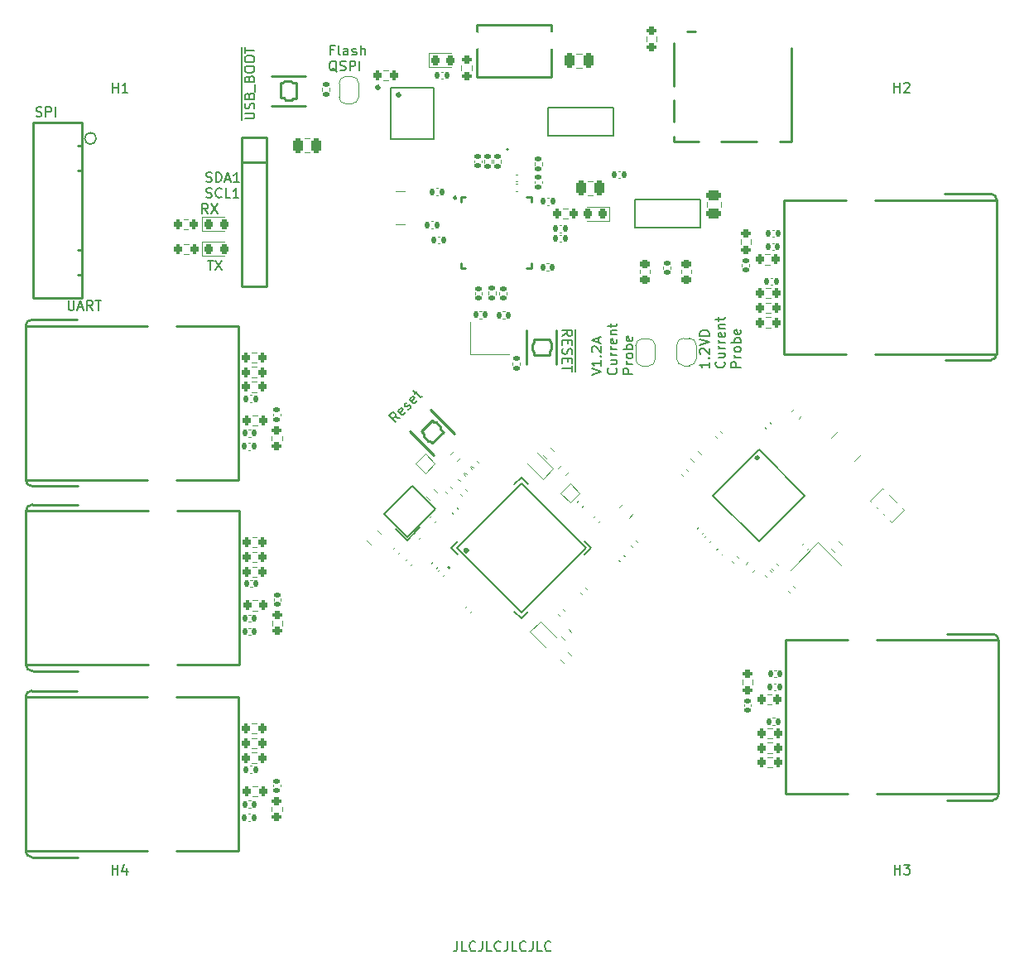
<source format=gbr>
%TF.GenerationSoftware,KiCad,Pcbnew,9.0.1*%
%TF.CreationDate,2025-06-03T17:56:08-07:00*%
%TF.ProjectId,peripheral_board,70657269-7068-4657-9261-6c5f626f6172,rev?*%
%TF.SameCoordinates,Original*%
%TF.FileFunction,Legend,Top*%
%TF.FilePolarity,Positive*%
%FSLAX46Y46*%
G04 Gerber Fmt 4.6, Leading zero omitted, Abs format (unit mm)*
G04 Created by KiCad (PCBNEW 9.0.1) date 2025-06-03 17:56:08*
%MOMM*%
%LPD*%
G01*
G04 APERTURE LIST*
G04 Aperture macros list*
%AMRoundRect*
0 Rectangle with rounded corners*
0 $1 Rounding radius*
0 $2 $3 $4 $5 $6 $7 $8 $9 X,Y pos of 4 corners*
0 Add a 4 corners polygon primitive as box body*
4,1,4,$2,$3,$4,$5,$6,$7,$8,$9,$2,$3,0*
0 Add four circle primitives for the rounded corners*
1,1,$1+$1,$2,$3*
1,1,$1+$1,$4,$5*
1,1,$1+$1,$6,$7*
1,1,$1+$1,$8,$9*
0 Add four rect primitives between the rounded corners*
20,1,$1+$1,$2,$3,$4,$5,0*
20,1,$1+$1,$4,$5,$6,$7,0*
20,1,$1+$1,$6,$7,$8,$9,0*
20,1,$1+$1,$8,$9,$2,$3,0*%
%AMHorizOval*
0 Thick line with rounded ends*
0 $1 width*
0 $2 $3 position (X,Y) of the first rounded end (center of the circle)*
0 $4 $5 position (X,Y) of the second rounded end (center of the circle)*
0 Add line between two ends*
20,1,$1,$2,$3,$4,$5,0*
0 Add two circle primitives to create the rounded ends*
1,1,$1,$2,$3*
1,1,$1,$4,$5*%
%AMRotRect*
0 Rectangle, with rotation*
0 The origin of the aperture is its center*
0 $1 length*
0 $2 width*
0 $3 Rotation angle, in degrees counterclockwise*
0 Add horizontal line*
21,1,$1,$2,0,0,$3*%
%AMFreePoly0*
4,1,23,0.500000,-0.750000,0.000000,-0.750000,0.000000,-0.745722,-0.065263,-0.745722,-0.191342,-0.711940,-0.304381,-0.646677,-0.396677,-0.554381,-0.461940,-0.441342,-0.495722,-0.315263,-0.495722,-0.250000,-0.500000,-0.250000,-0.500000,0.250000,-0.495722,0.250000,-0.495722,0.315263,-0.461940,0.441342,-0.396677,0.554381,-0.304381,0.646677,-0.191342,0.711940,-0.065263,0.745722,0.000000,0.745722,
0.000000,0.750000,0.500000,0.750000,0.500000,-0.750000,0.500000,-0.750000,$1*%
%AMFreePoly1*
4,1,23,0.000000,0.745722,0.065263,0.745722,0.191342,0.711940,0.304381,0.646677,0.396677,0.554381,0.461940,0.441342,0.495722,0.315263,0.495722,0.250000,0.500000,0.250000,0.500000,-0.250000,0.495722,-0.250000,0.495722,-0.315263,0.461940,-0.441342,0.396677,-0.554381,0.304381,-0.646677,0.191342,-0.711940,0.065263,-0.745722,0.000000,-0.745722,0.000000,-0.750000,-0.500000,-0.750000,
-0.500000,0.750000,0.000000,0.750000,0.000000,0.745722,0.000000,0.745722,$1*%
G04 Aperture macros list end*
%ADD10C,0.150000*%
%ADD11C,0.120000*%
%ADD12C,0.250000*%
%ADD13C,0.100000*%
%ADD14C,0.200000*%
%ADD15C,0.300000*%
%ADD16C,0.191421*%
%ADD17C,0.000000*%
%ADD18RoundRect,0.200000X0.335876X0.053033X0.053033X0.335876X-0.335876X-0.053033X-0.053033X-0.335876X0*%
%ADD19RoundRect,0.200000X-0.275000X0.200000X-0.275000X-0.200000X0.275000X-0.200000X0.275000X0.200000X0*%
%ADD20RoundRect,0.140000X0.170000X-0.140000X0.170000X0.140000X-0.170000X0.140000X-0.170000X-0.140000X0*%
%ADD21RoundRect,0.140000X-0.170000X0.140000X-0.170000X-0.140000X0.170000X-0.140000X0.170000X0.140000X0*%
%ADD22C,3.250000*%
%ADD23C,1.520000*%
%ADD24C,2.500000*%
%ADD25RoundRect,0.140000X-0.021213X0.219203X-0.219203X0.021213X0.021213X-0.219203X0.219203X-0.021213X0*%
%ADD26RotRect,1.000000X1.000000X315.000000*%
%ADD27RoundRect,0.140000X-0.140000X-0.170000X0.140000X-0.170000X0.140000X0.170000X-0.140000X0.170000X0*%
%ADD28RoundRect,0.140000X0.140000X0.170000X-0.140000X0.170000X-0.140000X-0.170000X0.140000X-0.170000X0*%
%ADD29RoundRect,0.218750X-0.218750X-0.256250X0.218750X-0.256250X0.218750X0.256250X-0.218750X0.256250X0*%
%ADD30RoundRect,0.140000X-0.219203X-0.021213X-0.021213X-0.219203X0.219203X0.021213X0.021213X0.219203X0*%
%ADD31RoundRect,0.200000X-0.200000X-0.275000X0.200000X-0.275000X0.200000X0.275000X-0.200000X0.275000X0*%
%ADD32RoundRect,0.200000X-0.053033X0.335876X-0.335876X0.053033X0.053033X-0.335876X0.335876X-0.053033X0*%
%ADD33RoundRect,0.140000X0.219203X0.021213X0.021213X0.219203X-0.219203X-0.021213X-0.021213X-0.219203X0*%
%ADD34RotRect,1.400000X1.200000X225.000000*%
%ADD35R,1.100000X2.500000*%
%ADD36R,3.600000X2.340000*%
%ADD37C,5.000000*%
%ADD38R,1.050000X1.150000*%
%ADD39RotRect,1.100000X0.600000X225.000000*%
%ADD40RoundRect,0.135000X0.226274X0.035355X0.035355X0.226274X-0.226274X-0.035355X-0.035355X-0.226274X0*%
%ADD41RoundRect,0.200000X0.200000X0.275000X-0.200000X0.275000X-0.200000X-0.275000X0.200000X-0.275000X0*%
%ADD42RoundRect,0.218750X-0.335876X-0.026517X-0.026517X-0.335876X0.335876X0.026517X0.026517X0.335876X0*%
%ADD43R,0.800000X0.500000*%
%ADD44R,0.800000X0.400000*%
%ADD45RoundRect,0.140000X0.021213X-0.219203X0.219203X-0.021213X-0.021213X0.219203X-0.219203X0.021213X0*%
%ADD46RoundRect,0.200000X-0.335876X-0.053033X-0.053033X-0.335876X0.335876X0.053033X0.053033X0.335876X0*%
%ADD47HorizOval,0.270000X-0.434871X0.434871X0.434871X-0.434871X0*%
%ADD48HorizOval,0.270000X-0.434871X-0.434871X0.434871X0.434871X0*%
%ADD49RoundRect,0.135000X-0.185000X0.135000X-0.185000X-0.135000X0.185000X-0.135000X0.185000X0.135000X0*%
%ADD50R,0.470000X0.530000*%
%ADD51FreePoly0,90.000000*%
%ADD52FreePoly1,90.000000*%
%ADD53RotRect,0.220000X1.460000X315.000000*%
%ADD54RotRect,1.460000X0.220000X315.000000*%
%ADD55RoundRect,0.218750X0.218750X0.256250X-0.218750X0.256250X-0.218750X-0.256250X0.218750X-0.256250X0*%
%ADD56O,2.250000X0.630000*%
%ADD57RoundRect,0.218750X0.026517X-0.335876X0.335876X-0.026517X-0.026517X0.335876X-0.335876X0.026517X0*%
%ADD58RoundRect,0.135000X0.185000X-0.135000X0.185000X0.135000X-0.185000X0.135000X-0.185000X-0.135000X0*%
%ADD59R,1.400000X1.200000*%
%ADD60RoundRect,0.200000X0.053033X-0.335876X0.335876X-0.053033X-0.053033X0.335876X-0.335876X0.053033X0*%
%ADD61RoundRect,0.250000X0.250000X0.475000X-0.250000X0.475000X-0.250000X-0.475000X0.250000X-0.475000X0*%
%ADD62RoundRect,0.250000X0.159099X-0.512652X0.512652X-0.159099X-0.159099X0.512652X-0.512652X0.159099X0*%
%ADD63RoundRect,0.200000X0.275000X-0.200000X0.275000X0.200000X-0.275000X0.200000X-0.275000X-0.200000X0*%
%ADD64R,0.700000X1.700000*%
%ADD65R,0.450000X1.380000*%
%ADD66O,1.400000X1.800000*%
%ADD67R,1.380000X1.900000*%
%ADD68R,1.480000X2.100000*%
%ADD69RoundRect,0.250000X-0.475000X0.250000X-0.475000X-0.250000X0.475000X-0.250000X0.475000X0.250000X0*%
%ADD70RotRect,1.400000X1.200000X45.000000*%
%ADD71R,0.700000X1.200000*%
%ADD72R,1.170000X1.800000*%
%ADD73R,1.550000X1.350000*%
%ADD74R,1.200000X1.000000*%
%ADD75R,1.900000X1.350000*%
%ADD76RoundRect,0.218750X0.335876X0.026517X0.026517X0.335876X-0.335876X-0.026517X-0.026517X-0.335876X0*%
%ADD77RoundRect,0.250000X-0.250000X-0.475000X0.250000X-0.475000X0.250000X0.475000X-0.250000X0.475000X0*%
%ADD78RoundRect,0.250000X0.512652X0.159099X0.159099X0.512652X-0.512652X-0.159099X-0.159099X-0.512652X0*%
%ADD79R,1.400000X1.400000*%
%ADD80C,1.400000*%
%ADD81RotRect,1.050000X1.150000X225.000000*%
%ADD82RotRect,0.800000X0.500000X45.000000*%
%ADD83RotRect,0.800000X0.400000X45.000000*%
%ADD84RotRect,1.000000X1.000000X135.000000*%
%ADD85R,1.800000X1.800000*%
%ADD86C,1.800000*%
%ADD87R,0.880000X0.200000*%
%ADD88R,0.200000X0.880000*%
%ADD89R,3.400000X3.400000*%
%ADD90R,1.150000X1.050000*%
%ADD91RoundRect,0.218750X-0.256250X0.218750X-0.256250X-0.218750X0.256250X-0.218750X0.256250X0.218750X0*%
%ADD92RoundRect,0.218750X-0.026517X0.335876X-0.335876X0.026517X0.026517X-0.335876X0.335876X-0.026517X0*%
%ADD93C,1.000000*%
G04 APERTURE END LIST*
D10*
X104341318Y-53941318D02*
G75*
G02*
X103158682Y-53941318I-591318J0D01*
G01*
X103158682Y-53941318D02*
G75*
G02*
X104341318Y-53941318I591318J0D01*
G01*
X115743922Y-66419819D02*
X116315350Y-66419819D01*
X116029636Y-67419819D02*
X116029636Y-66419819D01*
X116553446Y-66419819D02*
X117220112Y-67419819D01*
X117220112Y-66419819D02*
X116553446Y-67419819D01*
X98189160Y-51672200D02*
X98332017Y-51719819D01*
X98332017Y-51719819D02*
X98570112Y-51719819D01*
X98570112Y-51719819D02*
X98665350Y-51672200D01*
X98665350Y-51672200D02*
X98712969Y-51624580D01*
X98712969Y-51624580D02*
X98760588Y-51529342D01*
X98760588Y-51529342D02*
X98760588Y-51434104D01*
X98760588Y-51434104D02*
X98712969Y-51338866D01*
X98712969Y-51338866D02*
X98665350Y-51291247D01*
X98665350Y-51291247D02*
X98570112Y-51243628D01*
X98570112Y-51243628D02*
X98379636Y-51196009D01*
X98379636Y-51196009D02*
X98284398Y-51148390D01*
X98284398Y-51148390D02*
X98236779Y-51100771D01*
X98236779Y-51100771D02*
X98189160Y-51005533D01*
X98189160Y-51005533D02*
X98189160Y-50910295D01*
X98189160Y-50910295D02*
X98236779Y-50815057D01*
X98236779Y-50815057D02*
X98284398Y-50767438D01*
X98284398Y-50767438D02*
X98379636Y-50719819D01*
X98379636Y-50719819D02*
X98617731Y-50719819D01*
X98617731Y-50719819D02*
X98760588Y-50767438D01*
X99189160Y-51719819D02*
X99189160Y-50719819D01*
X99189160Y-50719819D02*
X99570112Y-50719819D01*
X99570112Y-50719819D02*
X99665350Y-50767438D01*
X99665350Y-50767438D02*
X99712969Y-50815057D01*
X99712969Y-50815057D02*
X99760588Y-50910295D01*
X99760588Y-50910295D02*
X99760588Y-51053152D01*
X99760588Y-51053152D02*
X99712969Y-51148390D01*
X99712969Y-51148390D02*
X99665350Y-51196009D01*
X99665350Y-51196009D02*
X99570112Y-51243628D01*
X99570112Y-51243628D02*
X99189160Y-51243628D01*
X100189160Y-51719819D02*
X100189160Y-50719819D01*
X135400148Y-82565748D02*
X134827728Y-82464733D01*
X134996087Y-82969809D02*
X134288980Y-82262702D01*
X134288980Y-82262702D02*
X134558354Y-81993328D01*
X134558354Y-81993328D02*
X134659369Y-81959656D01*
X134659369Y-81959656D02*
X134726713Y-81959656D01*
X134726713Y-81959656D02*
X134827728Y-81993328D01*
X134827728Y-81993328D02*
X134928743Y-82094343D01*
X134928743Y-82094343D02*
X134962415Y-82195358D01*
X134962415Y-82195358D02*
X134962415Y-82262702D01*
X134962415Y-82262702D02*
X134928743Y-82363717D01*
X134928743Y-82363717D02*
X134659369Y-82633091D01*
X135938896Y-81959656D02*
X135905224Y-82060671D01*
X135905224Y-82060671D02*
X135770537Y-82195358D01*
X135770537Y-82195358D02*
X135669522Y-82229030D01*
X135669522Y-82229030D02*
X135568506Y-82195358D01*
X135568506Y-82195358D02*
X135299132Y-81925984D01*
X135299132Y-81925984D02*
X135265461Y-81824969D01*
X135265461Y-81824969D02*
X135299132Y-81723954D01*
X135299132Y-81723954D02*
X135433819Y-81589267D01*
X135433819Y-81589267D02*
X135534835Y-81555595D01*
X135534835Y-81555595D02*
X135635850Y-81589267D01*
X135635850Y-81589267D02*
X135703193Y-81656610D01*
X135703193Y-81656610D02*
X135433819Y-82060671D01*
X136241941Y-81656610D02*
X136342957Y-81622939D01*
X136342957Y-81622939D02*
X136477644Y-81488252D01*
X136477644Y-81488252D02*
X136511315Y-81387236D01*
X136511315Y-81387236D02*
X136477644Y-81286221D01*
X136477644Y-81286221D02*
X136443972Y-81252549D01*
X136443972Y-81252549D02*
X136342957Y-81218878D01*
X136342957Y-81218878D02*
X136241941Y-81252549D01*
X136241941Y-81252549D02*
X136140926Y-81353565D01*
X136140926Y-81353565D02*
X136039911Y-81387236D01*
X136039911Y-81387236D02*
X135938896Y-81353565D01*
X135938896Y-81353565D02*
X135905224Y-81319893D01*
X135905224Y-81319893D02*
X135871552Y-81218878D01*
X135871552Y-81218878D02*
X135905224Y-81117862D01*
X135905224Y-81117862D02*
X136006239Y-81016847D01*
X136006239Y-81016847D02*
X136107254Y-80983175D01*
X137117407Y-80781145D02*
X137083735Y-80882160D01*
X137083735Y-80882160D02*
X136949048Y-81016847D01*
X136949048Y-81016847D02*
X136848033Y-81050519D01*
X136848033Y-81050519D02*
X136747018Y-81016847D01*
X136747018Y-81016847D02*
X136477644Y-80747473D01*
X136477644Y-80747473D02*
X136443972Y-80646458D01*
X136443972Y-80646458D02*
X136477644Y-80545442D01*
X136477644Y-80545442D02*
X136612331Y-80410755D01*
X136612331Y-80410755D02*
X136713346Y-80377084D01*
X136713346Y-80377084D02*
X136814361Y-80410755D01*
X136814361Y-80410755D02*
X136881705Y-80478099D01*
X136881705Y-80478099D02*
X136612331Y-80882160D01*
X136915377Y-80107710D02*
X137184751Y-79838336D01*
X136780690Y-79770992D02*
X137386781Y-80377084D01*
X137386781Y-80377084D02*
X137487796Y-80410755D01*
X137487796Y-80410755D02*
X137588812Y-80377084D01*
X137588812Y-80377084D02*
X137656155Y-80309740D01*
X119519819Y-51913220D02*
X120329342Y-51913220D01*
X120329342Y-51913220D02*
X120424580Y-51865601D01*
X120424580Y-51865601D02*
X120472200Y-51817982D01*
X120472200Y-51817982D02*
X120519819Y-51722744D01*
X120519819Y-51722744D02*
X120519819Y-51532268D01*
X120519819Y-51532268D02*
X120472200Y-51437030D01*
X120472200Y-51437030D02*
X120424580Y-51389411D01*
X120424580Y-51389411D02*
X120329342Y-51341792D01*
X120329342Y-51341792D02*
X119519819Y-51341792D01*
X120472200Y-50913220D02*
X120519819Y-50770363D01*
X120519819Y-50770363D02*
X120519819Y-50532268D01*
X120519819Y-50532268D02*
X120472200Y-50437030D01*
X120472200Y-50437030D02*
X120424580Y-50389411D01*
X120424580Y-50389411D02*
X120329342Y-50341792D01*
X120329342Y-50341792D02*
X120234104Y-50341792D01*
X120234104Y-50341792D02*
X120138866Y-50389411D01*
X120138866Y-50389411D02*
X120091247Y-50437030D01*
X120091247Y-50437030D02*
X120043628Y-50532268D01*
X120043628Y-50532268D02*
X119996009Y-50722744D01*
X119996009Y-50722744D02*
X119948390Y-50817982D01*
X119948390Y-50817982D02*
X119900771Y-50865601D01*
X119900771Y-50865601D02*
X119805533Y-50913220D01*
X119805533Y-50913220D02*
X119710295Y-50913220D01*
X119710295Y-50913220D02*
X119615057Y-50865601D01*
X119615057Y-50865601D02*
X119567438Y-50817982D01*
X119567438Y-50817982D02*
X119519819Y-50722744D01*
X119519819Y-50722744D02*
X119519819Y-50484649D01*
X119519819Y-50484649D02*
X119567438Y-50341792D01*
X119996009Y-49579887D02*
X120043628Y-49437030D01*
X120043628Y-49437030D02*
X120091247Y-49389411D01*
X120091247Y-49389411D02*
X120186485Y-49341792D01*
X120186485Y-49341792D02*
X120329342Y-49341792D01*
X120329342Y-49341792D02*
X120424580Y-49389411D01*
X120424580Y-49389411D02*
X120472200Y-49437030D01*
X120472200Y-49437030D02*
X120519819Y-49532268D01*
X120519819Y-49532268D02*
X120519819Y-49913220D01*
X120519819Y-49913220D02*
X119519819Y-49913220D01*
X119519819Y-49913220D02*
X119519819Y-49579887D01*
X119519819Y-49579887D02*
X119567438Y-49484649D01*
X119567438Y-49484649D02*
X119615057Y-49437030D01*
X119615057Y-49437030D02*
X119710295Y-49389411D01*
X119710295Y-49389411D02*
X119805533Y-49389411D01*
X119805533Y-49389411D02*
X119900771Y-49437030D01*
X119900771Y-49437030D02*
X119948390Y-49484649D01*
X119948390Y-49484649D02*
X119996009Y-49579887D01*
X119996009Y-49579887D02*
X119996009Y-49913220D01*
X120615057Y-49151316D02*
X120615057Y-48389411D01*
X119996009Y-47817982D02*
X120043628Y-47675125D01*
X120043628Y-47675125D02*
X120091247Y-47627506D01*
X120091247Y-47627506D02*
X120186485Y-47579887D01*
X120186485Y-47579887D02*
X120329342Y-47579887D01*
X120329342Y-47579887D02*
X120424580Y-47627506D01*
X120424580Y-47627506D02*
X120472200Y-47675125D01*
X120472200Y-47675125D02*
X120519819Y-47770363D01*
X120519819Y-47770363D02*
X120519819Y-48151315D01*
X120519819Y-48151315D02*
X119519819Y-48151315D01*
X119519819Y-48151315D02*
X119519819Y-47817982D01*
X119519819Y-47817982D02*
X119567438Y-47722744D01*
X119567438Y-47722744D02*
X119615057Y-47675125D01*
X119615057Y-47675125D02*
X119710295Y-47627506D01*
X119710295Y-47627506D02*
X119805533Y-47627506D01*
X119805533Y-47627506D02*
X119900771Y-47675125D01*
X119900771Y-47675125D02*
X119948390Y-47722744D01*
X119948390Y-47722744D02*
X119996009Y-47817982D01*
X119996009Y-47817982D02*
X119996009Y-48151315D01*
X119519819Y-46960839D02*
X119519819Y-46770363D01*
X119519819Y-46770363D02*
X119567438Y-46675125D01*
X119567438Y-46675125D02*
X119662676Y-46579887D01*
X119662676Y-46579887D02*
X119853152Y-46532268D01*
X119853152Y-46532268D02*
X120186485Y-46532268D01*
X120186485Y-46532268D02*
X120376961Y-46579887D01*
X120376961Y-46579887D02*
X120472200Y-46675125D01*
X120472200Y-46675125D02*
X120519819Y-46770363D01*
X120519819Y-46770363D02*
X120519819Y-46960839D01*
X120519819Y-46960839D02*
X120472200Y-47056077D01*
X120472200Y-47056077D02*
X120376961Y-47151315D01*
X120376961Y-47151315D02*
X120186485Y-47198934D01*
X120186485Y-47198934D02*
X119853152Y-47198934D01*
X119853152Y-47198934D02*
X119662676Y-47151315D01*
X119662676Y-47151315D02*
X119567438Y-47056077D01*
X119567438Y-47056077D02*
X119519819Y-46960839D01*
X119519819Y-45913220D02*
X119519819Y-45722744D01*
X119519819Y-45722744D02*
X119567438Y-45627506D01*
X119567438Y-45627506D02*
X119662676Y-45532268D01*
X119662676Y-45532268D02*
X119853152Y-45484649D01*
X119853152Y-45484649D02*
X120186485Y-45484649D01*
X120186485Y-45484649D02*
X120376961Y-45532268D01*
X120376961Y-45532268D02*
X120472200Y-45627506D01*
X120472200Y-45627506D02*
X120519819Y-45722744D01*
X120519819Y-45722744D02*
X120519819Y-45913220D01*
X120519819Y-45913220D02*
X120472200Y-46008458D01*
X120472200Y-46008458D02*
X120376961Y-46103696D01*
X120376961Y-46103696D02*
X120186485Y-46151315D01*
X120186485Y-46151315D02*
X119853152Y-46151315D01*
X119853152Y-46151315D02*
X119662676Y-46103696D01*
X119662676Y-46103696D02*
X119567438Y-46008458D01*
X119567438Y-46008458D02*
X119519819Y-45913220D01*
X119519819Y-45198934D02*
X119519819Y-44627506D01*
X120519819Y-44913220D02*
X119519819Y-44913220D01*
X119242200Y-52051316D02*
X119242200Y-44632268D01*
X101486779Y-70519819D02*
X101486779Y-71329342D01*
X101486779Y-71329342D02*
X101534398Y-71424580D01*
X101534398Y-71424580D02*
X101582017Y-71472200D01*
X101582017Y-71472200D02*
X101677255Y-71519819D01*
X101677255Y-71519819D02*
X101867731Y-71519819D01*
X101867731Y-71519819D02*
X101962969Y-71472200D01*
X101962969Y-71472200D02*
X102010588Y-71424580D01*
X102010588Y-71424580D02*
X102058207Y-71329342D01*
X102058207Y-71329342D02*
X102058207Y-70519819D01*
X102486779Y-71234104D02*
X102962969Y-71234104D01*
X102391541Y-71519819D02*
X102724874Y-70519819D01*
X102724874Y-70519819D02*
X103058207Y-71519819D01*
X103962969Y-71519819D02*
X103629636Y-71043628D01*
X103391541Y-71519819D02*
X103391541Y-70519819D01*
X103391541Y-70519819D02*
X103772493Y-70519819D01*
X103772493Y-70519819D02*
X103867731Y-70567438D01*
X103867731Y-70567438D02*
X103915350Y-70615057D01*
X103915350Y-70615057D02*
X103962969Y-70710295D01*
X103962969Y-70710295D02*
X103962969Y-70853152D01*
X103962969Y-70853152D02*
X103915350Y-70948390D01*
X103915350Y-70948390D02*
X103867731Y-70996009D01*
X103867731Y-70996009D02*
X103772493Y-71043628D01*
X103772493Y-71043628D02*
X103391541Y-71043628D01*
X104248684Y-70519819D02*
X104820112Y-70519819D01*
X104534398Y-71519819D02*
X104534398Y-70519819D01*
X115758207Y-61619819D02*
X115424874Y-61143628D01*
X115186779Y-61619819D02*
X115186779Y-60619819D01*
X115186779Y-60619819D02*
X115567731Y-60619819D01*
X115567731Y-60619819D02*
X115662969Y-60667438D01*
X115662969Y-60667438D02*
X115710588Y-60715057D01*
X115710588Y-60715057D02*
X115758207Y-60810295D01*
X115758207Y-60810295D02*
X115758207Y-60953152D01*
X115758207Y-60953152D02*
X115710588Y-61048390D01*
X115710588Y-61048390D02*
X115662969Y-61096009D01*
X115662969Y-61096009D02*
X115567731Y-61143628D01*
X115567731Y-61143628D02*
X115186779Y-61143628D01*
X116091541Y-60619819D02*
X116758207Y-61619819D01*
X116758207Y-60619819D02*
X116091541Y-61619819D01*
X152030180Y-74158207D02*
X152506371Y-73824874D01*
X152030180Y-73586779D02*
X153030180Y-73586779D01*
X153030180Y-73586779D02*
X153030180Y-73967731D01*
X153030180Y-73967731D02*
X152982561Y-74062969D01*
X152982561Y-74062969D02*
X152934942Y-74110588D01*
X152934942Y-74110588D02*
X152839704Y-74158207D01*
X152839704Y-74158207D02*
X152696847Y-74158207D01*
X152696847Y-74158207D02*
X152601609Y-74110588D01*
X152601609Y-74110588D02*
X152553990Y-74062969D01*
X152553990Y-74062969D02*
X152506371Y-73967731D01*
X152506371Y-73967731D02*
X152506371Y-73586779D01*
X152553990Y-74586779D02*
X152553990Y-74920112D01*
X152030180Y-75062969D02*
X152030180Y-74586779D01*
X152030180Y-74586779D02*
X153030180Y-74586779D01*
X153030180Y-74586779D02*
X153030180Y-75062969D01*
X152077800Y-75443922D02*
X152030180Y-75586779D01*
X152030180Y-75586779D02*
X152030180Y-75824874D01*
X152030180Y-75824874D02*
X152077800Y-75920112D01*
X152077800Y-75920112D02*
X152125419Y-75967731D01*
X152125419Y-75967731D02*
X152220657Y-76015350D01*
X152220657Y-76015350D02*
X152315895Y-76015350D01*
X152315895Y-76015350D02*
X152411133Y-75967731D01*
X152411133Y-75967731D02*
X152458752Y-75920112D01*
X152458752Y-75920112D02*
X152506371Y-75824874D01*
X152506371Y-75824874D02*
X152553990Y-75634398D01*
X152553990Y-75634398D02*
X152601609Y-75539160D01*
X152601609Y-75539160D02*
X152649228Y-75491541D01*
X152649228Y-75491541D02*
X152744466Y-75443922D01*
X152744466Y-75443922D02*
X152839704Y-75443922D01*
X152839704Y-75443922D02*
X152934942Y-75491541D01*
X152934942Y-75491541D02*
X152982561Y-75539160D01*
X152982561Y-75539160D02*
X153030180Y-75634398D01*
X153030180Y-75634398D02*
X153030180Y-75872493D01*
X153030180Y-75872493D02*
X152982561Y-76015350D01*
X152553990Y-76443922D02*
X152553990Y-76777255D01*
X152030180Y-76920112D02*
X152030180Y-76443922D01*
X152030180Y-76443922D02*
X153030180Y-76443922D01*
X153030180Y-76443922D02*
X153030180Y-76920112D01*
X153030180Y-77205827D02*
X153030180Y-77777255D01*
X152030180Y-77491541D02*
X153030180Y-77491541D01*
X153307800Y-73448684D02*
X153307800Y-77772494D01*
X167049931Y-76839411D02*
X167049931Y-77410839D01*
X167049931Y-77125125D02*
X166049931Y-77125125D01*
X166049931Y-77125125D02*
X166192788Y-77220363D01*
X166192788Y-77220363D02*
X166288026Y-77315601D01*
X166288026Y-77315601D02*
X166335645Y-77410839D01*
X166954692Y-76410839D02*
X167002312Y-76363220D01*
X167002312Y-76363220D02*
X167049931Y-76410839D01*
X167049931Y-76410839D02*
X167002312Y-76458458D01*
X167002312Y-76458458D02*
X166954692Y-76410839D01*
X166954692Y-76410839D02*
X167049931Y-76410839D01*
X166145169Y-75982268D02*
X166097550Y-75934649D01*
X166097550Y-75934649D02*
X166049931Y-75839411D01*
X166049931Y-75839411D02*
X166049931Y-75601316D01*
X166049931Y-75601316D02*
X166097550Y-75506078D01*
X166097550Y-75506078D02*
X166145169Y-75458459D01*
X166145169Y-75458459D02*
X166240407Y-75410840D01*
X166240407Y-75410840D02*
X166335645Y-75410840D01*
X166335645Y-75410840D02*
X166478502Y-75458459D01*
X166478502Y-75458459D02*
X167049931Y-76029887D01*
X167049931Y-76029887D02*
X167049931Y-75410840D01*
X166049931Y-75125125D02*
X167049931Y-74791792D01*
X167049931Y-74791792D02*
X166049931Y-74458459D01*
X167049931Y-74125125D02*
X166049931Y-74125125D01*
X166049931Y-74125125D02*
X166049931Y-73887030D01*
X166049931Y-73887030D02*
X166097550Y-73744173D01*
X166097550Y-73744173D02*
X166192788Y-73648935D01*
X166192788Y-73648935D02*
X166288026Y-73601316D01*
X166288026Y-73601316D02*
X166478502Y-73553697D01*
X166478502Y-73553697D02*
X166621359Y-73553697D01*
X166621359Y-73553697D02*
X166811835Y-73601316D01*
X166811835Y-73601316D02*
X166907073Y-73648935D01*
X166907073Y-73648935D02*
X167002312Y-73744173D01*
X167002312Y-73744173D02*
X167049931Y-73887030D01*
X167049931Y-73887030D02*
X167049931Y-74125125D01*
X168564636Y-76791792D02*
X168612256Y-76839411D01*
X168612256Y-76839411D02*
X168659875Y-76982268D01*
X168659875Y-76982268D02*
X168659875Y-77077506D01*
X168659875Y-77077506D02*
X168612256Y-77220363D01*
X168612256Y-77220363D02*
X168517017Y-77315601D01*
X168517017Y-77315601D02*
X168421779Y-77363220D01*
X168421779Y-77363220D02*
X168231303Y-77410839D01*
X168231303Y-77410839D02*
X168088446Y-77410839D01*
X168088446Y-77410839D02*
X167897970Y-77363220D01*
X167897970Y-77363220D02*
X167802732Y-77315601D01*
X167802732Y-77315601D02*
X167707494Y-77220363D01*
X167707494Y-77220363D02*
X167659875Y-77077506D01*
X167659875Y-77077506D02*
X167659875Y-76982268D01*
X167659875Y-76982268D02*
X167707494Y-76839411D01*
X167707494Y-76839411D02*
X167755113Y-76791792D01*
X167993208Y-75934649D02*
X168659875Y-75934649D01*
X167993208Y-76363220D02*
X168517017Y-76363220D01*
X168517017Y-76363220D02*
X168612256Y-76315601D01*
X168612256Y-76315601D02*
X168659875Y-76220363D01*
X168659875Y-76220363D02*
X168659875Y-76077506D01*
X168659875Y-76077506D02*
X168612256Y-75982268D01*
X168612256Y-75982268D02*
X168564636Y-75934649D01*
X168659875Y-75458458D02*
X167993208Y-75458458D01*
X168183684Y-75458458D02*
X168088446Y-75410839D01*
X168088446Y-75410839D02*
X168040827Y-75363220D01*
X168040827Y-75363220D02*
X167993208Y-75267982D01*
X167993208Y-75267982D02*
X167993208Y-75172744D01*
X168659875Y-74839410D02*
X167993208Y-74839410D01*
X168183684Y-74839410D02*
X168088446Y-74791791D01*
X168088446Y-74791791D02*
X168040827Y-74744172D01*
X168040827Y-74744172D02*
X167993208Y-74648934D01*
X167993208Y-74648934D02*
X167993208Y-74553696D01*
X168612256Y-73839410D02*
X168659875Y-73934648D01*
X168659875Y-73934648D02*
X168659875Y-74125124D01*
X168659875Y-74125124D02*
X168612256Y-74220362D01*
X168612256Y-74220362D02*
X168517017Y-74267981D01*
X168517017Y-74267981D02*
X168136065Y-74267981D01*
X168136065Y-74267981D02*
X168040827Y-74220362D01*
X168040827Y-74220362D02*
X167993208Y-74125124D01*
X167993208Y-74125124D02*
X167993208Y-73934648D01*
X167993208Y-73934648D02*
X168040827Y-73839410D01*
X168040827Y-73839410D02*
X168136065Y-73791791D01*
X168136065Y-73791791D02*
X168231303Y-73791791D01*
X168231303Y-73791791D02*
X168326541Y-74267981D01*
X167993208Y-73363219D02*
X168659875Y-73363219D01*
X168088446Y-73363219D02*
X168040827Y-73315600D01*
X168040827Y-73315600D02*
X167993208Y-73220362D01*
X167993208Y-73220362D02*
X167993208Y-73077505D01*
X167993208Y-73077505D02*
X168040827Y-72982267D01*
X168040827Y-72982267D02*
X168136065Y-72934648D01*
X168136065Y-72934648D02*
X168659875Y-72934648D01*
X167993208Y-72601314D02*
X167993208Y-72220362D01*
X167659875Y-72458457D02*
X168517017Y-72458457D01*
X168517017Y-72458457D02*
X168612256Y-72410838D01*
X168612256Y-72410838D02*
X168659875Y-72315600D01*
X168659875Y-72315600D02*
X168659875Y-72220362D01*
X170269819Y-77363220D02*
X169269819Y-77363220D01*
X169269819Y-77363220D02*
X169269819Y-76982268D01*
X169269819Y-76982268D02*
X169317438Y-76887030D01*
X169317438Y-76887030D02*
X169365057Y-76839411D01*
X169365057Y-76839411D02*
X169460295Y-76791792D01*
X169460295Y-76791792D02*
X169603152Y-76791792D01*
X169603152Y-76791792D02*
X169698390Y-76839411D01*
X169698390Y-76839411D02*
X169746009Y-76887030D01*
X169746009Y-76887030D02*
X169793628Y-76982268D01*
X169793628Y-76982268D02*
X169793628Y-77363220D01*
X170269819Y-76363220D02*
X169603152Y-76363220D01*
X169793628Y-76363220D02*
X169698390Y-76315601D01*
X169698390Y-76315601D02*
X169650771Y-76267982D01*
X169650771Y-76267982D02*
X169603152Y-76172744D01*
X169603152Y-76172744D02*
X169603152Y-76077506D01*
X170269819Y-75601315D02*
X170222200Y-75696553D01*
X170222200Y-75696553D02*
X170174580Y-75744172D01*
X170174580Y-75744172D02*
X170079342Y-75791791D01*
X170079342Y-75791791D02*
X169793628Y-75791791D01*
X169793628Y-75791791D02*
X169698390Y-75744172D01*
X169698390Y-75744172D02*
X169650771Y-75696553D01*
X169650771Y-75696553D02*
X169603152Y-75601315D01*
X169603152Y-75601315D02*
X169603152Y-75458458D01*
X169603152Y-75458458D02*
X169650771Y-75363220D01*
X169650771Y-75363220D02*
X169698390Y-75315601D01*
X169698390Y-75315601D02*
X169793628Y-75267982D01*
X169793628Y-75267982D02*
X170079342Y-75267982D01*
X170079342Y-75267982D02*
X170174580Y-75315601D01*
X170174580Y-75315601D02*
X170222200Y-75363220D01*
X170222200Y-75363220D02*
X170269819Y-75458458D01*
X170269819Y-75458458D02*
X170269819Y-75601315D01*
X170269819Y-74839410D02*
X169269819Y-74839410D01*
X169650771Y-74839410D02*
X169603152Y-74744172D01*
X169603152Y-74744172D02*
X169603152Y-74553696D01*
X169603152Y-74553696D02*
X169650771Y-74458458D01*
X169650771Y-74458458D02*
X169698390Y-74410839D01*
X169698390Y-74410839D02*
X169793628Y-74363220D01*
X169793628Y-74363220D02*
X170079342Y-74363220D01*
X170079342Y-74363220D02*
X170174580Y-74410839D01*
X170174580Y-74410839D02*
X170222200Y-74458458D01*
X170222200Y-74458458D02*
X170269819Y-74553696D01*
X170269819Y-74553696D02*
X170269819Y-74744172D01*
X170269819Y-74744172D02*
X170222200Y-74839410D01*
X170222200Y-73553696D02*
X170269819Y-73648934D01*
X170269819Y-73648934D02*
X170269819Y-73839410D01*
X170269819Y-73839410D02*
X170222200Y-73934648D01*
X170222200Y-73934648D02*
X170126961Y-73982267D01*
X170126961Y-73982267D02*
X169746009Y-73982267D01*
X169746009Y-73982267D02*
X169650771Y-73934648D01*
X169650771Y-73934648D02*
X169603152Y-73839410D01*
X169603152Y-73839410D02*
X169603152Y-73648934D01*
X169603152Y-73648934D02*
X169650771Y-73553696D01*
X169650771Y-73553696D02*
X169746009Y-73506077D01*
X169746009Y-73506077D02*
X169841247Y-73506077D01*
X169841247Y-73506077D02*
X169936485Y-73982267D01*
X154999931Y-78156077D02*
X155999931Y-77822744D01*
X155999931Y-77822744D02*
X154999931Y-77489411D01*
X155999931Y-76632268D02*
X155999931Y-77203696D01*
X155999931Y-76917982D02*
X154999931Y-76917982D01*
X154999931Y-76917982D02*
X155142788Y-77013220D01*
X155142788Y-77013220D02*
X155238026Y-77108458D01*
X155238026Y-77108458D02*
X155285645Y-77203696D01*
X155904692Y-76203696D02*
X155952312Y-76156077D01*
X155952312Y-76156077D02*
X155999931Y-76203696D01*
X155999931Y-76203696D02*
X155952312Y-76251315D01*
X155952312Y-76251315D02*
X155904692Y-76203696D01*
X155904692Y-76203696D02*
X155999931Y-76203696D01*
X155095169Y-75775125D02*
X155047550Y-75727506D01*
X155047550Y-75727506D02*
X154999931Y-75632268D01*
X154999931Y-75632268D02*
X154999931Y-75394173D01*
X154999931Y-75394173D02*
X155047550Y-75298935D01*
X155047550Y-75298935D02*
X155095169Y-75251316D01*
X155095169Y-75251316D02*
X155190407Y-75203697D01*
X155190407Y-75203697D02*
X155285645Y-75203697D01*
X155285645Y-75203697D02*
X155428502Y-75251316D01*
X155428502Y-75251316D02*
X155999931Y-75822744D01*
X155999931Y-75822744D02*
X155999931Y-75203697D01*
X155714216Y-74822744D02*
X155714216Y-74346554D01*
X155999931Y-74917982D02*
X154999931Y-74584649D01*
X154999931Y-74584649D02*
X155999931Y-74251316D01*
X157514636Y-77441792D02*
X157562256Y-77489411D01*
X157562256Y-77489411D02*
X157609875Y-77632268D01*
X157609875Y-77632268D02*
X157609875Y-77727506D01*
X157609875Y-77727506D02*
X157562256Y-77870363D01*
X157562256Y-77870363D02*
X157467017Y-77965601D01*
X157467017Y-77965601D02*
X157371779Y-78013220D01*
X157371779Y-78013220D02*
X157181303Y-78060839D01*
X157181303Y-78060839D02*
X157038446Y-78060839D01*
X157038446Y-78060839D02*
X156847970Y-78013220D01*
X156847970Y-78013220D02*
X156752732Y-77965601D01*
X156752732Y-77965601D02*
X156657494Y-77870363D01*
X156657494Y-77870363D02*
X156609875Y-77727506D01*
X156609875Y-77727506D02*
X156609875Y-77632268D01*
X156609875Y-77632268D02*
X156657494Y-77489411D01*
X156657494Y-77489411D02*
X156705113Y-77441792D01*
X156943208Y-76584649D02*
X157609875Y-76584649D01*
X156943208Y-77013220D02*
X157467017Y-77013220D01*
X157467017Y-77013220D02*
X157562256Y-76965601D01*
X157562256Y-76965601D02*
X157609875Y-76870363D01*
X157609875Y-76870363D02*
X157609875Y-76727506D01*
X157609875Y-76727506D02*
X157562256Y-76632268D01*
X157562256Y-76632268D02*
X157514636Y-76584649D01*
X157609875Y-76108458D02*
X156943208Y-76108458D01*
X157133684Y-76108458D02*
X157038446Y-76060839D01*
X157038446Y-76060839D02*
X156990827Y-76013220D01*
X156990827Y-76013220D02*
X156943208Y-75917982D01*
X156943208Y-75917982D02*
X156943208Y-75822744D01*
X157609875Y-75489410D02*
X156943208Y-75489410D01*
X157133684Y-75489410D02*
X157038446Y-75441791D01*
X157038446Y-75441791D02*
X156990827Y-75394172D01*
X156990827Y-75394172D02*
X156943208Y-75298934D01*
X156943208Y-75298934D02*
X156943208Y-75203696D01*
X157562256Y-74489410D02*
X157609875Y-74584648D01*
X157609875Y-74584648D02*
X157609875Y-74775124D01*
X157609875Y-74775124D02*
X157562256Y-74870362D01*
X157562256Y-74870362D02*
X157467017Y-74917981D01*
X157467017Y-74917981D02*
X157086065Y-74917981D01*
X157086065Y-74917981D02*
X156990827Y-74870362D01*
X156990827Y-74870362D02*
X156943208Y-74775124D01*
X156943208Y-74775124D02*
X156943208Y-74584648D01*
X156943208Y-74584648D02*
X156990827Y-74489410D01*
X156990827Y-74489410D02*
X157086065Y-74441791D01*
X157086065Y-74441791D02*
X157181303Y-74441791D01*
X157181303Y-74441791D02*
X157276541Y-74917981D01*
X156943208Y-74013219D02*
X157609875Y-74013219D01*
X157038446Y-74013219D02*
X156990827Y-73965600D01*
X156990827Y-73965600D02*
X156943208Y-73870362D01*
X156943208Y-73870362D02*
X156943208Y-73727505D01*
X156943208Y-73727505D02*
X156990827Y-73632267D01*
X156990827Y-73632267D02*
X157086065Y-73584648D01*
X157086065Y-73584648D02*
X157609875Y-73584648D01*
X156943208Y-73251314D02*
X156943208Y-72870362D01*
X156609875Y-73108457D02*
X157467017Y-73108457D01*
X157467017Y-73108457D02*
X157562256Y-73060838D01*
X157562256Y-73060838D02*
X157609875Y-72965600D01*
X157609875Y-72965600D02*
X157609875Y-72870362D01*
X159219819Y-78013220D02*
X158219819Y-78013220D01*
X158219819Y-78013220D02*
X158219819Y-77632268D01*
X158219819Y-77632268D02*
X158267438Y-77537030D01*
X158267438Y-77537030D02*
X158315057Y-77489411D01*
X158315057Y-77489411D02*
X158410295Y-77441792D01*
X158410295Y-77441792D02*
X158553152Y-77441792D01*
X158553152Y-77441792D02*
X158648390Y-77489411D01*
X158648390Y-77489411D02*
X158696009Y-77537030D01*
X158696009Y-77537030D02*
X158743628Y-77632268D01*
X158743628Y-77632268D02*
X158743628Y-78013220D01*
X159219819Y-77013220D02*
X158553152Y-77013220D01*
X158743628Y-77013220D02*
X158648390Y-76965601D01*
X158648390Y-76965601D02*
X158600771Y-76917982D01*
X158600771Y-76917982D02*
X158553152Y-76822744D01*
X158553152Y-76822744D02*
X158553152Y-76727506D01*
X159219819Y-76251315D02*
X159172200Y-76346553D01*
X159172200Y-76346553D02*
X159124580Y-76394172D01*
X159124580Y-76394172D02*
X159029342Y-76441791D01*
X159029342Y-76441791D02*
X158743628Y-76441791D01*
X158743628Y-76441791D02*
X158648390Y-76394172D01*
X158648390Y-76394172D02*
X158600771Y-76346553D01*
X158600771Y-76346553D02*
X158553152Y-76251315D01*
X158553152Y-76251315D02*
X158553152Y-76108458D01*
X158553152Y-76108458D02*
X158600771Y-76013220D01*
X158600771Y-76013220D02*
X158648390Y-75965601D01*
X158648390Y-75965601D02*
X158743628Y-75917982D01*
X158743628Y-75917982D02*
X159029342Y-75917982D01*
X159029342Y-75917982D02*
X159124580Y-75965601D01*
X159124580Y-75965601D02*
X159172200Y-76013220D01*
X159172200Y-76013220D02*
X159219819Y-76108458D01*
X159219819Y-76108458D02*
X159219819Y-76251315D01*
X159219819Y-75489410D02*
X158219819Y-75489410D01*
X158600771Y-75489410D02*
X158553152Y-75394172D01*
X158553152Y-75394172D02*
X158553152Y-75203696D01*
X158553152Y-75203696D02*
X158600771Y-75108458D01*
X158600771Y-75108458D02*
X158648390Y-75060839D01*
X158648390Y-75060839D02*
X158743628Y-75013220D01*
X158743628Y-75013220D02*
X159029342Y-75013220D01*
X159029342Y-75013220D02*
X159124580Y-75060839D01*
X159124580Y-75060839D02*
X159172200Y-75108458D01*
X159172200Y-75108458D02*
X159219819Y-75203696D01*
X159219819Y-75203696D02*
X159219819Y-75394172D01*
X159219819Y-75394172D02*
X159172200Y-75489410D01*
X159172200Y-74203696D02*
X159219819Y-74298934D01*
X159219819Y-74298934D02*
X159219819Y-74489410D01*
X159219819Y-74489410D02*
X159172200Y-74584648D01*
X159172200Y-74584648D02*
X159076961Y-74632267D01*
X159076961Y-74632267D02*
X158696009Y-74632267D01*
X158696009Y-74632267D02*
X158600771Y-74584648D01*
X158600771Y-74584648D02*
X158553152Y-74489410D01*
X158553152Y-74489410D02*
X158553152Y-74298934D01*
X158553152Y-74298934D02*
X158600771Y-74203696D01*
X158600771Y-74203696D02*
X158696009Y-74156077D01*
X158696009Y-74156077D02*
X158791247Y-74156077D01*
X158791247Y-74156077D02*
X158886485Y-74632267D01*
X115589160Y-58362256D02*
X115732017Y-58409875D01*
X115732017Y-58409875D02*
X115970112Y-58409875D01*
X115970112Y-58409875D02*
X116065350Y-58362256D01*
X116065350Y-58362256D02*
X116112969Y-58314636D01*
X116112969Y-58314636D02*
X116160588Y-58219398D01*
X116160588Y-58219398D02*
X116160588Y-58124160D01*
X116160588Y-58124160D02*
X116112969Y-58028922D01*
X116112969Y-58028922D02*
X116065350Y-57981303D01*
X116065350Y-57981303D02*
X115970112Y-57933684D01*
X115970112Y-57933684D02*
X115779636Y-57886065D01*
X115779636Y-57886065D02*
X115684398Y-57838446D01*
X115684398Y-57838446D02*
X115636779Y-57790827D01*
X115636779Y-57790827D02*
X115589160Y-57695589D01*
X115589160Y-57695589D02*
X115589160Y-57600351D01*
X115589160Y-57600351D02*
X115636779Y-57505113D01*
X115636779Y-57505113D02*
X115684398Y-57457494D01*
X115684398Y-57457494D02*
X115779636Y-57409875D01*
X115779636Y-57409875D02*
X116017731Y-57409875D01*
X116017731Y-57409875D02*
X116160588Y-57457494D01*
X116589160Y-58409875D02*
X116589160Y-57409875D01*
X116589160Y-57409875D02*
X116827255Y-57409875D01*
X116827255Y-57409875D02*
X116970112Y-57457494D01*
X116970112Y-57457494D02*
X117065350Y-57552732D01*
X117065350Y-57552732D02*
X117112969Y-57647970D01*
X117112969Y-57647970D02*
X117160588Y-57838446D01*
X117160588Y-57838446D02*
X117160588Y-57981303D01*
X117160588Y-57981303D02*
X117112969Y-58171779D01*
X117112969Y-58171779D02*
X117065350Y-58267017D01*
X117065350Y-58267017D02*
X116970112Y-58362256D01*
X116970112Y-58362256D02*
X116827255Y-58409875D01*
X116827255Y-58409875D02*
X116589160Y-58409875D01*
X117541541Y-58124160D02*
X118017731Y-58124160D01*
X117446303Y-58409875D02*
X117779636Y-57409875D01*
X117779636Y-57409875D02*
X118112969Y-58409875D01*
X118970112Y-58409875D02*
X118398684Y-58409875D01*
X118684398Y-58409875D02*
X118684398Y-57409875D01*
X118684398Y-57409875D02*
X118589160Y-57552732D01*
X118589160Y-57552732D02*
X118493922Y-57647970D01*
X118493922Y-57647970D02*
X118398684Y-57695589D01*
X115589160Y-59972200D02*
X115732017Y-60019819D01*
X115732017Y-60019819D02*
X115970112Y-60019819D01*
X115970112Y-60019819D02*
X116065350Y-59972200D01*
X116065350Y-59972200D02*
X116112969Y-59924580D01*
X116112969Y-59924580D02*
X116160588Y-59829342D01*
X116160588Y-59829342D02*
X116160588Y-59734104D01*
X116160588Y-59734104D02*
X116112969Y-59638866D01*
X116112969Y-59638866D02*
X116065350Y-59591247D01*
X116065350Y-59591247D02*
X115970112Y-59543628D01*
X115970112Y-59543628D02*
X115779636Y-59496009D01*
X115779636Y-59496009D02*
X115684398Y-59448390D01*
X115684398Y-59448390D02*
X115636779Y-59400771D01*
X115636779Y-59400771D02*
X115589160Y-59305533D01*
X115589160Y-59305533D02*
X115589160Y-59210295D01*
X115589160Y-59210295D02*
X115636779Y-59115057D01*
X115636779Y-59115057D02*
X115684398Y-59067438D01*
X115684398Y-59067438D02*
X115779636Y-59019819D01*
X115779636Y-59019819D02*
X116017731Y-59019819D01*
X116017731Y-59019819D02*
X116160588Y-59067438D01*
X117160588Y-59924580D02*
X117112969Y-59972200D01*
X117112969Y-59972200D02*
X116970112Y-60019819D01*
X116970112Y-60019819D02*
X116874874Y-60019819D01*
X116874874Y-60019819D02*
X116732017Y-59972200D01*
X116732017Y-59972200D02*
X116636779Y-59876961D01*
X116636779Y-59876961D02*
X116589160Y-59781723D01*
X116589160Y-59781723D02*
X116541541Y-59591247D01*
X116541541Y-59591247D02*
X116541541Y-59448390D01*
X116541541Y-59448390D02*
X116589160Y-59257914D01*
X116589160Y-59257914D02*
X116636779Y-59162676D01*
X116636779Y-59162676D02*
X116732017Y-59067438D01*
X116732017Y-59067438D02*
X116874874Y-59019819D01*
X116874874Y-59019819D02*
X116970112Y-59019819D01*
X116970112Y-59019819D02*
X117112969Y-59067438D01*
X117112969Y-59067438D02*
X117160588Y-59115057D01*
X118065350Y-60019819D02*
X117589160Y-60019819D01*
X117589160Y-60019819D02*
X117589160Y-59019819D01*
X118922493Y-60019819D02*
X118351065Y-60019819D01*
X118636779Y-60019819D02*
X118636779Y-59019819D01*
X118636779Y-59019819D02*
X118541541Y-59162676D01*
X118541541Y-59162676D02*
X118446303Y-59257914D01*
X118446303Y-59257914D02*
X118351065Y-59305533D01*
X128620112Y-44886065D02*
X128286779Y-44886065D01*
X128286779Y-45409875D02*
X128286779Y-44409875D01*
X128286779Y-44409875D02*
X128762969Y-44409875D01*
X129286779Y-45409875D02*
X129191541Y-45362256D01*
X129191541Y-45362256D02*
X129143922Y-45267017D01*
X129143922Y-45267017D02*
X129143922Y-44409875D01*
X130096303Y-45409875D02*
X130096303Y-44886065D01*
X130096303Y-44886065D02*
X130048684Y-44790827D01*
X130048684Y-44790827D02*
X129953446Y-44743208D01*
X129953446Y-44743208D02*
X129762970Y-44743208D01*
X129762970Y-44743208D02*
X129667732Y-44790827D01*
X130096303Y-45362256D02*
X130001065Y-45409875D01*
X130001065Y-45409875D02*
X129762970Y-45409875D01*
X129762970Y-45409875D02*
X129667732Y-45362256D01*
X129667732Y-45362256D02*
X129620113Y-45267017D01*
X129620113Y-45267017D02*
X129620113Y-45171779D01*
X129620113Y-45171779D02*
X129667732Y-45076541D01*
X129667732Y-45076541D02*
X129762970Y-45028922D01*
X129762970Y-45028922D02*
X130001065Y-45028922D01*
X130001065Y-45028922D02*
X130096303Y-44981303D01*
X130524875Y-45362256D02*
X130620113Y-45409875D01*
X130620113Y-45409875D02*
X130810589Y-45409875D01*
X130810589Y-45409875D02*
X130905827Y-45362256D01*
X130905827Y-45362256D02*
X130953446Y-45267017D01*
X130953446Y-45267017D02*
X130953446Y-45219398D01*
X130953446Y-45219398D02*
X130905827Y-45124160D01*
X130905827Y-45124160D02*
X130810589Y-45076541D01*
X130810589Y-45076541D02*
X130667732Y-45076541D01*
X130667732Y-45076541D02*
X130572494Y-45028922D01*
X130572494Y-45028922D02*
X130524875Y-44933684D01*
X130524875Y-44933684D02*
X130524875Y-44886065D01*
X130524875Y-44886065D02*
X130572494Y-44790827D01*
X130572494Y-44790827D02*
X130667732Y-44743208D01*
X130667732Y-44743208D02*
X130810589Y-44743208D01*
X130810589Y-44743208D02*
X130905827Y-44790827D01*
X131382018Y-45409875D02*
X131382018Y-44409875D01*
X131810589Y-45409875D02*
X131810589Y-44886065D01*
X131810589Y-44886065D02*
X131762970Y-44790827D01*
X131762970Y-44790827D02*
X131667732Y-44743208D01*
X131667732Y-44743208D02*
X131524875Y-44743208D01*
X131524875Y-44743208D02*
X131429637Y-44790827D01*
X131429637Y-44790827D02*
X131382018Y-44838446D01*
X128953445Y-47115057D02*
X128858207Y-47067438D01*
X128858207Y-47067438D02*
X128762969Y-46972200D01*
X128762969Y-46972200D02*
X128620112Y-46829342D01*
X128620112Y-46829342D02*
X128524874Y-46781723D01*
X128524874Y-46781723D02*
X128429636Y-46781723D01*
X128477255Y-47019819D02*
X128382017Y-46972200D01*
X128382017Y-46972200D02*
X128286779Y-46876961D01*
X128286779Y-46876961D02*
X128239160Y-46686485D01*
X128239160Y-46686485D02*
X128239160Y-46353152D01*
X128239160Y-46353152D02*
X128286779Y-46162676D01*
X128286779Y-46162676D02*
X128382017Y-46067438D01*
X128382017Y-46067438D02*
X128477255Y-46019819D01*
X128477255Y-46019819D02*
X128667731Y-46019819D01*
X128667731Y-46019819D02*
X128762969Y-46067438D01*
X128762969Y-46067438D02*
X128858207Y-46162676D01*
X128858207Y-46162676D02*
X128905826Y-46353152D01*
X128905826Y-46353152D02*
X128905826Y-46686485D01*
X128905826Y-46686485D02*
X128858207Y-46876961D01*
X128858207Y-46876961D02*
X128762969Y-46972200D01*
X128762969Y-46972200D02*
X128667731Y-47019819D01*
X128667731Y-47019819D02*
X128477255Y-47019819D01*
X129286779Y-46972200D02*
X129429636Y-47019819D01*
X129429636Y-47019819D02*
X129667731Y-47019819D01*
X129667731Y-47019819D02*
X129762969Y-46972200D01*
X129762969Y-46972200D02*
X129810588Y-46924580D01*
X129810588Y-46924580D02*
X129858207Y-46829342D01*
X129858207Y-46829342D02*
X129858207Y-46734104D01*
X129858207Y-46734104D02*
X129810588Y-46638866D01*
X129810588Y-46638866D02*
X129762969Y-46591247D01*
X129762969Y-46591247D02*
X129667731Y-46543628D01*
X129667731Y-46543628D02*
X129477255Y-46496009D01*
X129477255Y-46496009D02*
X129382017Y-46448390D01*
X129382017Y-46448390D02*
X129334398Y-46400771D01*
X129334398Y-46400771D02*
X129286779Y-46305533D01*
X129286779Y-46305533D02*
X129286779Y-46210295D01*
X129286779Y-46210295D02*
X129334398Y-46115057D01*
X129334398Y-46115057D02*
X129382017Y-46067438D01*
X129382017Y-46067438D02*
X129477255Y-46019819D01*
X129477255Y-46019819D02*
X129715350Y-46019819D01*
X129715350Y-46019819D02*
X129858207Y-46067438D01*
X130286779Y-47019819D02*
X130286779Y-46019819D01*
X130286779Y-46019819D02*
X130667731Y-46019819D01*
X130667731Y-46019819D02*
X130762969Y-46067438D01*
X130762969Y-46067438D02*
X130810588Y-46115057D01*
X130810588Y-46115057D02*
X130858207Y-46210295D01*
X130858207Y-46210295D02*
X130858207Y-46353152D01*
X130858207Y-46353152D02*
X130810588Y-46448390D01*
X130810588Y-46448390D02*
X130762969Y-46496009D01*
X130762969Y-46496009D02*
X130667731Y-46543628D01*
X130667731Y-46543628D02*
X130286779Y-46543628D01*
X131286779Y-47019819D02*
X131286779Y-46019819D01*
X141272493Y-136069819D02*
X141272493Y-136784104D01*
X141272493Y-136784104D02*
X141224874Y-136926961D01*
X141224874Y-136926961D02*
X141129636Y-137022200D01*
X141129636Y-137022200D02*
X140986779Y-137069819D01*
X140986779Y-137069819D02*
X140891541Y-137069819D01*
X142224874Y-137069819D02*
X141748684Y-137069819D01*
X141748684Y-137069819D02*
X141748684Y-136069819D01*
X143129636Y-136974580D02*
X143082017Y-137022200D01*
X143082017Y-137022200D02*
X142939160Y-137069819D01*
X142939160Y-137069819D02*
X142843922Y-137069819D01*
X142843922Y-137069819D02*
X142701065Y-137022200D01*
X142701065Y-137022200D02*
X142605827Y-136926961D01*
X142605827Y-136926961D02*
X142558208Y-136831723D01*
X142558208Y-136831723D02*
X142510589Y-136641247D01*
X142510589Y-136641247D02*
X142510589Y-136498390D01*
X142510589Y-136498390D02*
X142558208Y-136307914D01*
X142558208Y-136307914D02*
X142605827Y-136212676D01*
X142605827Y-136212676D02*
X142701065Y-136117438D01*
X142701065Y-136117438D02*
X142843922Y-136069819D01*
X142843922Y-136069819D02*
X142939160Y-136069819D01*
X142939160Y-136069819D02*
X143082017Y-136117438D01*
X143082017Y-136117438D02*
X143129636Y-136165057D01*
X143843922Y-136069819D02*
X143843922Y-136784104D01*
X143843922Y-136784104D02*
X143796303Y-136926961D01*
X143796303Y-136926961D02*
X143701065Y-137022200D01*
X143701065Y-137022200D02*
X143558208Y-137069819D01*
X143558208Y-137069819D02*
X143462970Y-137069819D01*
X144796303Y-137069819D02*
X144320113Y-137069819D01*
X144320113Y-137069819D02*
X144320113Y-136069819D01*
X145701065Y-136974580D02*
X145653446Y-137022200D01*
X145653446Y-137022200D02*
X145510589Y-137069819D01*
X145510589Y-137069819D02*
X145415351Y-137069819D01*
X145415351Y-137069819D02*
X145272494Y-137022200D01*
X145272494Y-137022200D02*
X145177256Y-136926961D01*
X145177256Y-136926961D02*
X145129637Y-136831723D01*
X145129637Y-136831723D02*
X145082018Y-136641247D01*
X145082018Y-136641247D02*
X145082018Y-136498390D01*
X145082018Y-136498390D02*
X145129637Y-136307914D01*
X145129637Y-136307914D02*
X145177256Y-136212676D01*
X145177256Y-136212676D02*
X145272494Y-136117438D01*
X145272494Y-136117438D02*
X145415351Y-136069819D01*
X145415351Y-136069819D02*
X145510589Y-136069819D01*
X145510589Y-136069819D02*
X145653446Y-136117438D01*
X145653446Y-136117438D02*
X145701065Y-136165057D01*
X146415351Y-136069819D02*
X146415351Y-136784104D01*
X146415351Y-136784104D02*
X146367732Y-136926961D01*
X146367732Y-136926961D02*
X146272494Y-137022200D01*
X146272494Y-137022200D02*
X146129637Y-137069819D01*
X146129637Y-137069819D02*
X146034399Y-137069819D01*
X147367732Y-137069819D02*
X146891542Y-137069819D01*
X146891542Y-137069819D02*
X146891542Y-136069819D01*
X148272494Y-136974580D02*
X148224875Y-137022200D01*
X148224875Y-137022200D02*
X148082018Y-137069819D01*
X148082018Y-137069819D02*
X147986780Y-137069819D01*
X147986780Y-137069819D02*
X147843923Y-137022200D01*
X147843923Y-137022200D02*
X147748685Y-136926961D01*
X147748685Y-136926961D02*
X147701066Y-136831723D01*
X147701066Y-136831723D02*
X147653447Y-136641247D01*
X147653447Y-136641247D02*
X147653447Y-136498390D01*
X147653447Y-136498390D02*
X147701066Y-136307914D01*
X147701066Y-136307914D02*
X147748685Y-136212676D01*
X147748685Y-136212676D02*
X147843923Y-136117438D01*
X147843923Y-136117438D02*
X147986780Y-136069819D01*
X147986780Y-136069819D02*
X148082018Y-136069819D01*
X148082018Y-136069819D02*
X148224875Y-136117438D01*
X148224875Y-136117438D02*
X148272494Y-136165057D01*
X148986780Y-136069819D02*
X148986780Y-136784104D01*
X148986780Y-136784104D02*
X148939161Y-136926961D01*
X148939161Y-136926961D02*
X148843923Y-137022200D01*
X148843923Y-137022200D02*
X148701066Y-137069819D01*
X148701066Y-137069819D02*
X148605828Y-137069819D01*
X149939161Y-137069819D02*
X149462971Y-137069819D01*
X149462971Y-137069819D02*
X149462971Y-136069819D01*
X150843923Y-136974580D02*
X150796304Y-137022200D01*
X150796304Y-137022200D02*
X150653447Y-137069819D01*
X150653447Y-137069819D02*
X150558209Y-137069819D01*
X150558209Y-137069819D02*
X150415352Y-137022200D01*
X150415352Y-137022200D02*
X150320114Y-136926961D01*
X150320114Y-136926961D02*
X150272495Y-136831723D01*
X150272495Y-136831723D02*
X150224876Y-136641247D01*
X150224876Y-136641247D02*
X150224876Y-136498390D01*
X150224876Y-136498390D02*
X150272495Y-136307914D01*
X150272495Y-136307914D02*
X150320114Y-136212676D01*
X150320114Y-136212676D02*
X150415352Y-136117438D01*
X150415352Y-136117438D02*
X150558209Y-136069819D01*
X150558209Y-136069819D02*
X150653447Y-136069819D01*
X150653447Y-136069819D02*
X150796304Y-136117438D01*
X150796304Y-136117438D02*
X150843923Y-136165057D01*
X185998287Y-129233388D02*
X185998287Y-128233388D01*
X185998287Y-128709578D02*
X186569715Y-128709578D01*
X186569715Y-129233388D02*
X186569715Y-128233388D01*
X186950668Y-128233388D02*
X187569715Y-128233388D01*
X187569715Y-128233388D02*
X187236382Y-128614340D01*
X187236382Y-128614340D02*
X187379239Y-128614340D01*
X187379239Y-128614340D02*
X187474477Y-128661959D01*
X187474477Y-128661959D02*
X187522096Y-128709578D01*
X187522096Y-128709578D02*
X187569715Y-128804816D01*
X187569715Y-128804816D02*
X187569715Y-129042911D01*
X187569715Y-129042911D02*
X187522096Y-129138149D01*
X187522096Y-129138149D02*
X187474477Y-129185769D01*
X187474477Y-129185769D02*
X187379239Y-129233388D01*
X187379239Y-129233388D02*
X187093525Y-129233388D01*
X187093525Y-129233388D02*
X186998287Y-129185769D01*
X186998287Y-129185769D02*
X186950668Y-129138149D01*
X105973287Y-129233388D02*
X105973287Y-128233388D01*
X105973287Y-128709578D02*
X106544715Y-128709578D01*
X106544715Y-129233388D02*
X106544715Y-128233388D01*
X107449477Y-128566721D02*
X107449477Y-129233388D01*
X107211382Y-128185769D02*
X106973287Y-128900054D01*
X106973287Y-128900054D02*
X107592334Y-128900054D01*
X185973287Y-49233388D02*
X185973287Y-48233388D01*
X185973287Y-48709578D02*
X186544715Y-48709578D01*
X186544715Y-49233388D02*
X186544715Y-48233388D01*
X186973287Y-48328626D02*
X187020906Y-48281007D01*
X187020906Y-48281007D02*
X187116144Y-48233388D01*
X187116144Y-48233388D02*
X187354239Y-48233388D01*
X187354239Y-48233388D02*
X187449477Y-48281007D01*
X187449477Y-48281007D02*
X187497096Y-48328626D01*
X187497096Y-48328626D02*
X187544715Y-48423864D01*
X187544715Y-48423864D02*
X187544715Y-48519102D01*
X187544715Y-48519102D02*
X187497096Y-48661959D01*
X187497096Y-48661959D02*
X186925668Y-49233388D01*
X186925668Y-49233388D02*
X187544715Y-49233388D01*
X105998287Y-49258388D02*
X105998287Y-48258388D01*
X105998287Y-48734578D02*
X106569715Y-48734578D01*
X106569715Y-49258388D02*
X106569715Y-48258388D01*
X107569715Y-49258388D02*
X106998287Y-49258388D01*
X107284001Y-49258388D02*
X107284001Y-48258388D01*
X107284001Y-48258388D02*
X107188763Y-48401245D01*
X107188763Y-48401245D02*
X107093525Y-48496483D01*
X107093525Y-48496483D02*
X106998287Y-48544102D01*
D11*
%TO.C,R42*%
X152222367Y-105222314D02*
X151886834Y-104886781D01*
X152961294Y-104483387D02*
X152625761Y-104147854D01*
%TO.C,R25*%
X122287500Y-84362742D02*
X122287500Y-84837258D01*
X123332500Y-84362742D02*
X123332500Y-84837258D01*
%TO.C,C9*%
X143015192Y-56381405D02*
X143015192Y-56165733D01*
X143735192Y-56381405D02*
X143735192Y-56165733D01*
%TO.C,C38*%
X122450000Y-82092164D02*
X122450000Y-82307836D01*
X123170000Y-82092164D02*
X123170000Y-82307836D01*
D12*
%TO.C,RJ3*%
X97160000Y-107782500D02*
X97160000Y-92032500D01*
X97790000Y-91402500D02*
X102420000Y-91402500D01*
X97850000Y-108422500D02*
X102480000Y-108422500D01*
X109620000Y-92032500D02*
X97160000Y-92032500D01*
X109620000Y-107782500D02*
X97160000Y-107782500D01*
X118940000Y-92032500D02*
X112580000Y-92032500D01*
X118940000Y-107782500D02*
X112580000Y-107782500D01*
X118940000Y-107782500D02*
X118940000Y-92032500D01*
X97160000Y-92032500D02*
G75*
G02*
X97790000Y-91402500I630001J-1D01*
G01*
X97790000Y-108422500D02*
G75*
G02*
X97160081Y-107782385I0J630000D01*
G01*
D11*
%TO.C,C63*%
X134881885Y-95747759D02*
X134729382Y-95900262D01*
X135391002Y-96256876D02*
X135238499Y-96409379D01*
%TO.C,R44*%
X138451461Y-90885721D02*
X138115928Y-90550188D01*
X139190388Y-90146794D02*
X138854855Y-89811261D01*
%TO.C,TP1*%
X151805344Y-90207069D02*
X152795293Y-89217120D01*
X152795293Y-89217120D02*
X153785242Y-90207069D01*
X152795293Y-91197018D02*
X151805344Y-90207069D01*
X153785242Y-90207069D02*
X152795293Y-91197018D01*
%TO.C,C4*%
X143542356Y-71618569D02*
X143758028Y-71618569D01*
X143542356Y-72338569D02*
X143758028Y-72338569D01*
%TO.C,C3*%
X138818028Y-62418569D02*
X138602356Y-62418569D01*
X138818028Y-63138569D02*
X138602356Y-63138569D01*
%TO.C,D4*%
X115165000Y-64515000D02*
X115165000Y-65985000D01*
X115165000Y-65985000D02*
X117450000Y-65985000D01*
X117450000Y-64515000D02*
X115165000Y-64515000D01*
%TO.C,C21*%
X167629222Y-84394449D02*
X167781725Y-84546952D01*
X168138339Y-83885332D02*
X168290842Y-84037835D01*
%TO.C,R28*%
X120312742Y-96240000D02*
X120787258Y-96240000D01*
X120312742Y-97285000D02*
X120787258Y-97285000D01*
%TO.C,R29*%
X120312742Y-97740000D02*
X120787258Y-97740000D01*
X120312742Y-98785000D02*
X120787258Y-98785000D01*
%TO.C,R43*%
X151886489Y-87336387D02*
X151550956Y-87671920D01*
X152625416Y-88075314D02*
X152289883Y-88410847D01*
%TO.C,C71*%
X151697750Y-102770828D02*
X151545247Y-102618325D01*
X152206867Y-102261711D02*
X152054364Y-102109208D01*
%TO.C,Y2*%
X178150766Y-95252573D02*
X175322339Y-98081000D01*
X180484219Y-97586026D02*
X178150766Y-95252573D01*
D10*
%TO.C,U6*%
X159430192Y-60158569D02*
X166090192Y-60158569D01*
X159430192Y-63098569D02*
X159430192Y-60158569D01*
X166090192Y-60158569D02*
X166090192Y-63098569D01*
X166090192Y-63098569D02*
X159430192Y-63098569D01*
D11*
%TO.C,C6*%
X145590192Y-69670733D02*
X145590192Y-69886405D01*
X146310192Y-69670733D02*
X146310192Y-69886405D01*
D12*
%TO.C,SW2*%
X148330192Y-77053569D02*
X148330192Y-73553569D01*
X148950192Y-75003569D02*
X148950192Y-75003569D01*
X148950192Y-75003569D02*
X149150192Y-74803569D01*
X148950192Y-75603569D02*
X148950192Y-75003569D01*
X149100192Y-75753569D02*
X148950192Y-75603569D01*
X149100192Y-75753569D02*
X149100192Y-75753569D01*
X149100192Y-76053569D02*
X149100192Y-75753569D01*
X149150192Y-74453569D02*
X150700192Y-74453569D01*
X149150192Y-74803569D02*
X149150192Y-74453569D01*
X150700192Y-74453569D02*
X150700192Y-74703569D01*
X150700192Y-74703569D02*
X150700192Y-74703569D01*
X150700192Y-74703569D02*
X150850192Y-74853569D01*
X150700192Y-75703569D02*
X150700192Y-76103569D01*
X150700192Y-76103569D02*
X149100192Y-76103569D01*
X150850192Y-74853569D02*
X150850192Y-75553569D01*
X150850192Y-75553569D02*
X150700192Y-75703569D01*
X150850192Y-75553569D02*
X150850192Y-75553569D01*
X151370192Y-73553569D02*
X151370192Y-77053569D01*
D11*
%TO.C,C41*%
X120157836Y-102652500D02*
X119942164Y-102652500D01*
X120157836Y-103372500D02*
X119942164Y-103372500D01*
D13*
%TO.C,U5*%
X183553062Y-91080646D02*
X183454067Y-90981651D01*
X184224814Y-91752397D02*
X184196530Y-91724113D01*
X184726860Y-89708858D02*
X183454067Y-90981651D01*
X184825855Y-89807853D02*
X184726860Y-89708858D01*
X184896565Y-92424148D02*
X184868281Y-92395864D01*
X185646098Y-93173682D02*
X185540032Y-93067616D01*
X186169357Y-91151356D02*
X185469322Y-90451321D01*
X186918891Y-91900889D02*
X185646098Y-93173682D01*
X186918891Y-91900889D02*
X186812825Y-91794823D01*
D11*
%TO.C,R47*%
X142919587Y-87656988D02*
X142702306Y-87439707D01*
X143456988Y-87119587D02*
X143239707Y-86902306D01*
%TO.C,D1*%
X138325192Y-45193569D02*
X138325192Y-46663569D01*
X138325192Y-46663569D02*
X140610192Y-46663569D01*
X140610192Y-45193569D02*
X138325192Y-45193569D01*
%TO.C,R19*%
X173297450Y-69243569D02*
X172822934Y-69243569D01*
X173297450Y-70288569D02*
X172822934Y-70288569D01*
%TO.C,R13*%
X113737257Y-62177500D02*
X113262741Y-62177500D01*
X113737257Y-63222500D02*
X113262741Y-63222500D01*
%TO.C,C12*%
X139493028Y-63993569D02*
X139277356Y-63993569D01*
X139493028Y-64713569D02*
X139277356Y-64713569D01*
%TO.C,R9*%
X141687692Y-46491311D02*
X141687692Y-46965827D01*
X142732692Y-46491311D02*
X142732692Y-46965827D01*
%TO.C,C66*%
X157892474Y-97219968D02*
X157739971Y-97067465D01*
X158401591Y-96710851D02*
X158249088Y-96558348D01*
%TO.C,R45*%
X141569013Y-88993421D02*
X141351732Y-88776140D01*
X142106414Y-88456020D02*
X141889133Y-88238739D01*
%TO.C,D5*%
X148706449Y-104411077D02*
X150322188Y-106026816D01*
X149745896Y-103371630D02*
X148706449Y-104411077D01*
X151361635Y-104987369D02*
X149745896Y-103371630D01*
%TO.C,R14*%
X113799758Y-64727500D02*
X113325242Y-64727500D01*
X113799758Y-65772500D02*
X113325242Y-65772500D01*
%TO.C,C67*%
X159179408Y-95749186D02*
X159026905Y-95596683D01*
X159688525Y-95240069D02*
X159536022Y-95087566D01*
%TO.C,C45*%
X120117838Y-121690000D02*
X119902166Y-121690000D01*
X120117838Y-122410000D02*
X119902166Y-122410000D01*
%TO.C,C53*%
X157722356Y-57268569D02*
X157938028Y-57268569D01*
X157722356Y-57988569D02*
X157938028Y-57988569D01*
%TO.C,R37*%
X173487258Y-117265000D02*
X173012742Y-117265000D01*
X173487258Y-118310000D02*
X173012742Y-118310000D01*
%TO.C,C42*%
X122490000Y-101004664D02*
X122490000Y-101220336D01*
X123210000Y-101004664D02*
X123210000Y-101220336D01*
%TO.C,RN1*%
X134935192Y-59348569D02*
X135935192Y-59348569D01*
X134935192Y-62708569D02*
X135935192Y-62708569D01*
%TO.C,R23*%
X120272742Y-77327500D02*
X120747258Y-77327500D01*
X120272742Y-78372500D02*
X120747258Y-78372500D01*
%TO.C,C23*%
X167779040Y-96035933D02*
X167931543Y-95883430D01*
X168288157Y-96545050D02*
X168440660Y-96392547D01*
%TO.C,R15*%
X165097746Y-86657862D02*
X165433279Y-86993395D01*
X165836673Y-85918935D02*
X166172206Y-86254468D01*
%TO.C,R38*%
X173487258Y-115765000D02*
X173012742Y-115765000D01*
X173487258Y-116810000D02*
X173012742Y-116810000D01*
D14*
%TO.C,U4*%
X167416885Y-90472532D02*
X172105003Y-85784414D01*
X172105003Y-85784414D02*
X176807263Y-90486674D01*
X172119145Y-95174792D02*
X167416885Y-90472532D01*
X176503207Y-90790730D02*
X172119145Y-95174792D01*
X176807263Y-90486674D02*
X176269862Y-91024075D01*
D12*
X172119440Y-86618800D02*
G75*
G02*
X171779440Y-86618800I-170000J0D01*
G01*
X171779440Y-86618800D02*
G75*
G02*
X172119440Y-86618800I170000J0D01*
G01*
D11*
%TO.C,C20*%
X164208151Y-88296175D02*
X164360654Y-88448678D01*
X164717268Y-87787058D02*
X164869771Y-87939561D01*
%TO.C,R6*%
X144995192Y-56149928D02*
X144995192Y-56457210D01*
X145755192Y-56149928D02*
X145755192Y-56457210D01*
%TO.C,C29*%
X175132950Y-100210924D02*
X175285453Y-100363427D01*
X175642067Y-99701807D02*
X175794570Y-99854310D01*
%TO.C,R24*%
X120272742Y-78827500D02*
X120747258Y-78827500D01*
X120272742Y-79872500D02*
X120747258Y-79872500D01*
%TO.C,C75*%
X140029382Y-90056876D02*
X140181885Y-90209379D01*
X140538499Y-89547759D02*
X140691002Y-89700262D01*
%TO.C,R11*%
X152572450Y-61131069D02*
X152097934Y-61131069D01*
X152572450Y-62176069D02*
X152097934Y-62176069D01*
%TO.C,C48*%
X173672164Y-108327500D02*
X173887836Y-108327500D01*
X173672164Y-109047500D02*
X173887836Y-109047500D01*
%TO.C,C44*%
X120087836Y-123040000D02*
X119872164Y-123040000D01*
X120087836Y-123760000D02*
X119872164Y-123760000D01*
%TO.C,C2*%
X147217356Y-57643569D02*
X147433028Y-57643569D01*
X147217356Y-58363569D02*
X147433028Y-58363569D01*
%TO.C,C54*%
X142070014Y-101908157D02*
X142222517Y-101755654D01*
X142579131Y-102417274D02*
X142731634Y-102264771D01*
%TO.C,C37*%
X120117836Y-83740000D02*
X119902164Y-83740000D01*
X120117836Y-84460000D02*
X119902164Y-84460000D01*
%TO.C,JP1*%
X129175192Y-49703569D02*
X129175192Y-48303569D01*
X129875192Y-47603569D02*
X130475192Y-47603569D01*
X130475192Y-50403569D02*
X129875192Y-50403569D01*
X131175192Y-48303569D02*
X131175192Y-49703569D01*
X129175192Y-48303569D02*
G75*
G02*
X129875192Y-47603569I700000J0D01*
G01*
X129875192Y-50403569D02*
G75*
G02*
X129175192Y-49703569I-1J699999D01*
G01*
X130475192Y-47603569D02*
G75*
G02*
X131175192Y-48303569I0J-700000D01*
G01*
X131175192Y-49703569D02*
G75*
G02*
X130475192Y-50403569I-699999J-1D01*
G01*
D10*
%TO.C,U7*%
X140625987Y-95828569D02*
X141318952Y-96521534D01*
X141205815Y-95828569D02*
X147810192Y-89224192D01*
X141318952Y-95135604D02*
X140625987Y-95828569D01*
X147117227Y-89337329D02*
X147810192Y-88644364D01*
X147810192Y-88644364D02*
X148503157Y-89337329D01*
X147810192Y-89224192D02*
X154414569Y-95828569D01*
X147810192Y-102432946D02*
X141205815Y-95828569D01*
X147810192Y-103012774D02*
X147117227Y-102319809D01*
X148503157Y-102319809D02*
X147810192Y-103012774D01*
X154301432Y-96521534D02*
X154994397Y-95828569D01*
X154414569Y-95828569D02*
X147810192Y-102432946D01*
X154994397Y-95828569D02*
X154301432Y-95135604D01*
D14*
X140513855Y-97850894D02*
G75*
G02*
X140313855Y-97850894I-100000J0D01*
G01*
X140313855Y-97850894D02*
G75*
G02*
X140513855Y-97850894I100000J0D01*
G01*
D15*
X142324551Y-96090199D02*
G75*
G02*
X142024551Y-96090199I-150000J0D01*
G01*
X142024551Y-96090199D02*
G75*
G02*
X142324551Y-96090199I150000J0D01*
G01*
D11*
%TO.C,R50*%
X150030678Y-86342905D02*
X150366211Y-86678438D01*
X150769605Y-85603978D02*
X151105138Y-85939511D01*
%TO.C,D2*%
X154560192Y-62388569D02*
X156845192Y-62388569D01*
X156845192Y-60918569D02*
X154560192Y-60918569D01*
X156845192Y-62388569D02*
X156845192Y-60918569D01*
%TO.C,C5*%
X146108028Y-71643569D02*
X145892356Y-71643569D01*
X146108028Y-72363569D02*
X145892356Y-72363569D01*
D10*
%TO.C,U3*%
X134495192Y-48763569D02*
X138855192Y-48763569D01*
X134495192Y-54043569D02*
X134495192Y-48763569D01*
X138855192Y-48763569D02*
X138855192Y-54043569D01*
X138855192Y-54043569D02*
X134495192Y-54043569D01*
D15*
X133295192Y-48733569D02*
G75*
G02*
X132995192Y-48733569I-150000J0D01*
G01*
X132995192Y-48733569D02*
G75*
G02*
X133295192Y-48733569I150000J0D01*
G01*
X135405192Y-49493569D02*
G75*
G02*
X135105192Y-49493569I-150000J0D01*
G01*
X135105192Y-49493569D02*
G75*
G02*
X135405192Y-49493569I150000J0D01*
G01*
D11*
%TO.C,C7*%
X149215192Y-58295733D02*
X149215192Y-58511405D01*
X149935192Y-58295733D02*
X149935192Y-58511405D01*
%TO.C,C73*%
X155374703Y-92563264D02*
X155222200Y-92715767D01*
X155883820Y-93072381D02*
X155731317Y-93224884D01*
%TO.C,R27*%
X120312742Y-94740000D02*
X120787258Y-94740000D01*
X120312742Y-95785000D02*
X120787258Y-95785000D01*
%TO.C,FB1*%
X175447652Y-81861937D02*
X175677857Y-81631732D01*
X176168901Y-82583186D02*
X176399106Y-82352981D01*
%TO.C,C28*%
X173588397Y-98100684D02*
X173435894Y-97948181D01*
X174097514Y-97591567D02*
X173945011Y-97439064D01*
%TO.C,R4*%
X144445192Y-69932210D02*
X144445192Y-69624928D01*
X145205192Y-69932210D02*
X145205192Y-69624928D01*
D12*
%TO.C,RJ5*%
X174860000Y-105267500D02*
X174860000Y-121017500D01*
X174860000Y-105267500D02*
X181220000Y-105267500D01*
X174860000Y-121017500D02*
X181220000Y-121017500D01*
X184180000Y-105267500D02*
X196640000Y-105267500D01*
X184180000Y-121017500D02*
X196640000Y-121017500D01*
X195950000Y-104627500D02*
X191320000Y-104627500D01*
X196010000Y-121647500D02*
X191380000Y-121647500D01*
X196640000Y-105267500D02*
X196640000Y-121017500D01*
X196010000Y-104627500D02*
G75*
G02*
X196639919Y-105267615I0J-630000D01*
G01*
X196640000Y-121017500D02*
G75*
G02*
X196010000Y-121647500I-630001J1D01*
G01*
D11*
%TO.C,Y1*%
X142600192Y-72753569D02*
X142600192Y-76053569D01*
X142600192Y-76053569D02*
X146600192Y-76053569D01*
%TO.C,R48*%
X140537770Y-86240029D02*
X140873303Y-85904496D01*
X141276697Y-86978956D02*
X141612230Y-86643423D01*
%TO.C,C10*%
X139318028Y-59043569D02*
X139102356Y-59043569D01*
X139318028Y-59763569D02*
X139102356Y-59763569D01*
%TO.C,C19*%
X139833028Y-47143569D02*
X139617356Y-47143569D01*
X139833028Y-47863569D02*
X139617356Y-47863569D01*
%TO.C,C33*%
X173482356Y-63306069D02*
X173698028Y-63306069D01*
X173482356Y-64026069D02*
X173698028Y-64026069D01*
%TO.C,R33*%
X120272743Y-115277500D02*
X120747259Y-115277500D01*
X120272743Y-116322500D02*
X120747259Y-116322500D01*
%TO.C,C17*%
X153983944Y-45243569D02*
X153461440Y-45243569D01*
X153983944Y-46713569D02*
X153461440Y-46713569D01*
%TO.C,C36*%
X120087836Y-85090000D02*
X119872164Y-85090000D01*
X120087836Y-85810000D02*
X119872164Y-85810000D01*
%TO.C,R31*%
X120362742Y-101190000D02*
X120837258Y-101190000D01*
X120362742Y-102235000D02*
X120837258Y-102235000D01*
%TO.C,C13*%
X150402356Y-66743569D02*
X150618028Y-66743569D01*
X150402356Y-67463569D02*
X150618028Y-67463569D01*
%TO.C,C64*%
X157795543Y-91715010D02*
X158165010Y-91345543D01*
X158834990Y-92754457D02*
X159204457Y-92384990D01*
%TO.C,R26*%
X120322742Y-82277500D02*
X120797258Y-82277500D01*
X120322742Y-83322500D02*
X120797258Y-83322500D01*
%TO.C,R40*%
X170427500Y-109774758D02*
X170427500Y-109300242D01*
X171472500Y-109774758D02*
X171472500Y-109300242D01*
%TO.C,JP5*%
X159510192Y-76528569D02*
X159510192Y-75128569D01*
X160210191Y-74428569D02*
X160810193Y-74428569D01*
X160810193Y-77228569D02*
X160210191Y-77228569D01*
X161510192Y-75128569D02*
X161510192Y-76528569D01*
X159510192Y-75128569D02*
G75*
G02*
X160210191Y-74428569I700000J0D01*
G01*
X160210191Y-77228569D02*
G75*
G02*
X159510192Y-76528569I0J699999D01*
G01*
X160810193Y-74428569D02*
G75*
G02*
X161510192Y-75128569I-1J-700000D01*
G01*
X161510192Y-76528569D02*
G75*
G02*
X160810193Y-77228569I-699999J-1D01*
G01*
%TO.C,C50*%
X170590000Y-112045336D02*
X170590000Y-111829664D01*
X171310000Y-112045336D02*
X171310000Y-111829664D01*
%TO.C,C11*%
X151702356Y-63793569D02*
X151918028Y-63793569D01*
X151702356Y-64513569D02*
X151918028Y-64513569D01*
%TO.C,C60*%
X153628150Y-90986418D02*
X153475647Y-91138921D01*
X154137267Y-91495535D02*
X153984764Y-91648038D01*
%TO.C,C59*%
X153995847Y-100543440D02*
X153843344Y-100390937D01*
X154504964Y-100034323D02*
X154352461Y-99881820D01*
%TO.C,L1*%
D16*
X146520902Y-55061780D02*
G75*
G02*
X146329482Y-55061780I-95710J0D01*
G01*
X146329482Y-55061780D02*
G75*
G02*
X146520902Y-55061780I95710J0D01*
G01*
D12*
%TO.C,J3*%
X143265192Y-42293569D02*
X143265192Y-47623569D01*
X143325192Y-47623569D02*
X150825192Y-47623569D01*
X150885192Y-42293569D02*
X143265192Y-42293569D01*
X150885192Y-47623569D02*
X150885192Y-42293569D01*
D11*
%TO.C,C26*%
X169334675Y-97170363D02*
X169487178Y-97322866D01*
X169843792Y-96661246D02*
X169996295Y-96813749D01*
%TO.C,R39*%
X173487258Y-114265000D02*
X173012742Y-114265000D01*
X173487258Y-115310000D02*
X173012742Y-115310000D01*
%TO.C,C39*%
X120307836Y-99102500D02*
X120092164Y-99102500D01*
X120307836Y-99822500D02*
X120092164Y-99822500D01*
%TO.C,R41*%
X173437258Y-110815000D02*
X172962742Y-110815000D01*
X173437258Y-111860000D02*
X172962742Y-111860000D01*
%TO.C,R2*%
X149195192Y-56707210D02*
X149195192Y-56399928D01*
X149955192Y-56707210D02*
X149955192Y-56399928D01*
%TO.C,C56*%
X166765000Y-60438748D02*
X166765000Y-60961252D01*
X168235000Y-60438748D02*
X168235000Y-60961252D01*
%TO.C,C18*%
X155133944Y-58293569D02*
X154611440Y-58293569D01*
X155133944Y-59763569D02*
X154611440Y-59763569D01*
%TO.C,C34*%
X173302356Y-68206069D02*
X173518028Y-68206069D01*
X173302356Y-68926069D02*
X173518028Y-68926069D01*
D10*
%TO.C,Y3*%
X133767051Y-92363746D02*
X136637904Y-89492893D01*
X134969132Y-93891097D02*
X136142930Y-95064894D01*
X136142930Y-94739625D02*
X133767051Y-92363746D01*
X136142930Y-95064894D02*
X137458148Y-93749676D01*
X136637904Y-89492893D02*
X139013783Y-91868772D01*
X139013783Y-91868772D02*
X136142930Y-94739625D01*
D11*
%TO.C,R34*%
X120272743Y-116777499D02*
X120747259Y-116777499D01*
X120272743Y-117822499D02*
X120747259Y-117822499D01*
%TO.C,C68*%
X138463770Y-92715768D02*
X138616273Y-92563265D01*
X138972887Y-93224885D02*
X139125390Y-93072382D01*
%TO.C,C52*%
X139312299Y-98160491D02*
X139464802Y-98007988D01*
X139821416Y-98669608D02*
X139973919Y-98517105D01*
D12*
%TO.C,SIM1*%
X163385000Y-48555000D02*
X163385000Y-44215000D01*
X163385000Y-52255000D02*
X163385000Y-50015000D01*
X163385000Y-54295000D02*
X163385000Y-53715000D01*
X165585000Y-42985000D02*
X164785000Y-42985000D01*
X165925000Y-54295000D02*
X163385000Y-54295000D01*
X171895000Y-54295000D02*
X168285000Y-54295000D01*
X175445000Y-44665000D02*
X175445000Y-54295000D01*
X175445000Y-54295000D02*
X174255000Y-54295000D01*
D11*
%TO.C,C40*%
X120127836Y-104002500D02*
X119912164Y-104002500D01*
X120127836Y-104722500D02*
X119912164Y-104722500D01*
%TO.C,R10*%
X160607692Y-43531311D02*
X160607692Y-44005827D01*
X161652692Y-43531311D02*
X161652692Y-44005827D01*
D12*
%TO.C,RJ1*%
X174670192Y-60246069D02*
X174670192Y-75996069D01*
X174670192Y-60246069D02*
X181030192Y-60246069D01*
X174670192Y-75996069D02*
X181030192Y-75996069D01*
X183990192Y-60246069D02*
X196450192Y-60246069D01*
X183990192Y-75996069D02*
X196450192Y-75996069D01*
X195760192Y-59606069D02*
X191130192Y-59606069D01*
X195820192Y-76626069D02*
X191190192Y-76626069D01*
X196450192Y-60246069D02*
X196450192Y-75996069D01*
X195820192Y-59606069D02*
G75*
G02*
X196450111Y-60246184I0J-630000D01*
G01*
X196450192Y-75996069D02*
G75*
G02*
X195820192Y-76626069I-630001J1D01*
G01*
D11*
%TO.C,C62*%
X141579382Y-90306876D02*
X141731885Y-90459379D01*
X142088499Y-89797759D02*
X142241002Y-89950262D01*
%TO.C,D6*%
X148421839Y-87155902D02*
X150037578Y-88771641D01*
X150037578Y-88771641D02*
X151077025Y-87732194D01*
X151077025Y-87732194D02*
X149461286Y-86116455D01*
%TO.C,C22*%
X165763785Y-93879258D02*
X165916288Y-93726755D01*
X166272902Y-94388375D02*
X166425405Y-94235872D01*
%TO.C,C16*%
X125663940Y-53918569D02*
X126186444Y-53918569D01*
X125663940Y-55388569D02*
X126186444Y-55388569D01*
D10*
%TO.C,U2*%
X150542692Y-50758569D02*
X157202692Y-50758569D01*
X150542692Y-53698569D02*
X150542692Y-50758569D01*
X157202692Y-50758569D02*
X157202692Y-53698569D01*
X157202692Y-53698569D02*
X150542692Y-53698569D01*
D11*
%TO.C,C25*%
X166729461Y-94539927D02*
X166576958Y-94692430D01*
X167238578Y-95049044D02*
X167086075Y-95201547D01*
%TO.C,C43*%
X120267837Y-118139999D02*
X120052165Y-118139999D01*
X120267837Y-118859999D02*
X120052165Y-118859999D01*
%TO.C,R12*%
X133737934Y-46981069D02*
X134212450Y-46981069D01*
X133737934Y-48026069D02*
X134212450Y-48026069D01*
%TO.C,C32*%
X173452356Y-64656069D02*
X173668028Y-64656069D01*
X173452356Y-65376069D02*
X173668028Y-65376069D01*
%TO.C,C35*%
X120267836Y-80190000D02*
X120052164Y-80190000D01*
X120267836Y-80910000D02*
X120052164Y-80910000D01*
%TO.C,C55*%
X140691157Y-92188499D02*
X140843660Y-92341002D01*
X141200274Y-91679382D02*
X141352777Y-91831885D01*
%TO.C,C61*%
X132415010Y-95454457D02*
X132045543Y-95084990D01*
X133454457Y-94415010D02*
X133084990Y-94045543D01*
%TO.C,R17*%
X173247450Y-65793569D02*
X172772934Y-65793569D01*
X173247450Y-66838569D02*
X172772934Y-66838569D01*
%TO.C,R36*%
X120322743Y-120227500D02*
X120797259Y-120227500D01*
X120322743Y-121272500D02*
X120797259Y-121272500D01*
%TO.C,D3*%
X115165000Y-61965000D02*
X115165000Y-63435000D01*
X115165000Y-63435000D02*
X117450000Y-63435000D01*
X117450000Y-61965000D02*
X115165000Y-61965000D01*
%TO.C,C14*%
X150427356Y-60018569D02*
X150643028Y-60018569D01*
X150427356Y-60738569D02*
X150643028Y-60738569D01*
%TO.C,R20*%
X173297450Y-70743569D02*
X172822934Y-70743569D01*
X173297450Y-71788569D02*
X172822934Y-71788569D01*
%TO.C,R30*%
X122327500Y-103275242D02*
X122327500Y-103749758D01*
X123372500Y-103275242D02*
X123372500Y-103749758D01*
%TO.C,R1*%
X127445192Y-49057210D02*
X127445192Y-48749928D01*
X128205192Y-49057210D02*
X128205192Y-48749928D01*
%TO.C,C49*%
X173642164Y-109677500D02*
X173857836Y-109677500D01*
X173642164Y-110397500D02*
X173857836Y-110397500D01*
D12*
%TO.C,RJ4*%
X97120000Y-126820000D02*
X97120000Y-111070000D01*
X97750000Y-110440000D02*
X102380000Y-110440000D01*
X97810000Y-127460000D02*
X102440000Y-127460000D01*
X109580000Y-111070000D02*
X97120000Y-111070000D01*
X109580000Y-126820000D02*
X97120000Y-126820000D01*
X118900000Y-111070000D02*
X112540000Y-111070000D01*
X118900000Y-126820000D02*
X112540000Y-126820000D01*
X118900000Y-126820000D02*
X118900000Y-111070000D01*
X97120000Y-111070000D02*
G75*
G02*
X97750000Y-110440000I630001J-1D01*
G01*
X97750000Y-127460000D02*
G75*
G02*
X97120081Y-126819885I0J630000D01*
G01*
%TO.C,CN1*%
X97900000Y-52300000D02*
X102900000Y-52300000D01*
X97900000Y-70300000D02*
X97900000Y-52300000D01*
X97900000Y-70300000D02*
X102900000Y-70300000D01*
X102430000Y-54680000D02*
X102900000Y-54680000D01*
X102430000Y-57220000D02*
X102900000Y-57220000D01*
X102430000Y-65360000D02*
X102900000Y-65360000D01*
X102430000Y-67900000D02*
X102900000Y-67900000D01*
X102900000Y-70300000D02*
X102900000Y-52300000D01*
%TO.C,RJ2*%
X97120000Y-88870000D02*
X97120000Y-73120000D01*
X97750000Y-72490000D02*
X102380000Y-72490000D01*
X97810000Y-89510000D02*
X102440000Y-89510000D01*
X109580000Y-73120000D02*
X97120000Y-73120000D01*
X109580000Y-88870000D02*
X97120000Y-88870000D01*
X118900000Y-73120000D02*
X112540000Y-73120000D01*
X118900000Y-88870000D02*
X112540000Y-88870000D01*
X118900000Y-88870000D02*
X118900000Y-73120000D01*
X97120000Y-73120000D02*
G75*
G02*
X97750000Y-72490000I630001J-1D01*
G01*
X97750000Y-89510000D02*
G75*
G02*
X97120081Y-88869885I0J630000D01*
G01*
D11*
%TO.C,C8*%
X151717356Y-62818569D02*
X151933028Y-62818569D01*
X151717356Y-63538569D02*
X151933028Y-63538569D01*
%TO.C,R21*%
X173297450Y-72243569D02*
X172822934Y-72243569D01*
X173297450Y-73288569D02*
X172822934Y-73288569D01*
%TO.C,C47*%
X173492164Y-113227500D02*
X173707836Y-113227500D01*
X173492164Y-113947500D02*
X173707836Y-113947500D01*
%TO.C,C24*%
X172845936Y-83640351D02*
X172693433Y-83487848D01*
X173355053Y-83131234D02*
X173202550Y-82978731D01*
D12*
%TO.C,SW3*%
X137592498Y-83913820D02*
X138688514Y-82817804D01*
X137839986Y-84161307D02*
X137592498Y-83913820D01*
X137839986Y-84444150D02*
X137839986Y-84161307D01*
X137839986Y-84444150D02*
X137839986Y-84444150D01*
X138264250Y-84868414D02*
X137839986Y-84444150D01*
X138476382Y-84868414D02*
X138264250Y-84868414D01*
X138476382Y-84868414D02*
X138476382Y-84868414D01*
X138525879Y-81707647D02*
X141000753Y-84182521D01*
X138688514Y-82817804D02*
X138865291Y-82994581D01*
X138688514Y-85080546D02*
X138476382Y-84868414D01*
X138851149Y-86332125D02*
X136376275Y-83857251D01*
X138865291Y-82994581D02*
X138865291Y-82994581D01*
X138865291Y-82994581D02*
X139077423Y-82994581D01*
X139077423Y-82994581D02*
X139572397Y-83489556D01*
X139572397Y-83489556D02*
X139572397Y-83489556D01*
X139572397Y-83489556D02*
X139572397Y-83701688D01*
X139572397Y-83701688D02*
X139855240Y-83984531D01*
X139855240Y-83984531D02*
X138723869Y-85115902D01*
D11*
%TO.C,C27*%
X172881290Y-98807792D02*
X172728787Y-98655289D01*
X173390407Y-98298675D02*
X173237904Y-98146172D01*
%TO.C,C74*%
X138569837Y-97418029D02*
X138722340Y-97265526D01*
X139078954Y-97927146D02*
X139231457Y-97774643D01*
%TO.C,RN2*%
X180180163Y-83889369D02*
X179473056Y-84596476D01*
X182556042Y-86265248D02*
X181848935Y-86972355D01*
%TO.C,TP2*%
X136991459Y-87201866D02*
X137981408Y-86211917D01*
X137981408Y-86211917D02*
X138971357Y-87201866D01*
X137981408Y-88191815D02*
X136991459Y-87201866D01*
X138971357Y-87201866D02*
X137981408Y-88191815D01*
%TO.C,C15*%
X143090192Y-69670733D02*
X143090192Y-69886405D01*
X143810192Y-69670733D02*
X143810192Y-69886405D01*
%TO.C,C69*%
X136975785Y-94203755D02*
X136823282Y-94356258D01*
X137484902Y-94712872D02*
X137332399Y-94865375D01*
D12*
%TO.C,J2*%
X119250000Y-53830000D02*
X119250000Y-69070000D01*
X121750000Y-53830000D02*
X119250000Y-53830000D01*
X121750000Y-56370000D02*
X119250000Y-56370000D01*
X121750000Y-69070000D02*
X119250000Y-69070000D01*
X121750000Y-69070000D02*
X121750000Y-53830000D01*
D11*
%TO.C,C46*%
X122450001Y-120042164D02*
X122450001Y-120257836D01*
X123170001Y-120042164D02*
X123170001Y-120257836D01*
%TO.C,C65*%
X136171693Y-96969190D02*
X136019190Y-97121693D01*
X136680810Y-97478307D02*
X136528307Y-97630810D01*
%TO.C,R46*%
X142247835Y-88328740D02*
X142030554Y-88111459D01*
X142785236Y-87791339D02*
X142567955Y-87574058D01*
%TO.C,R49*%
X151833801Y-107237911D02*
X152169334Y-107573444D01*
X152572728Y-106498984D02*
X152908261Y-106834517D01*
%TO.C,C31*%
X170400192Y-67023905D02*
X170400192Y-66808233D01*
X171120192Y-67023905D02*
X171120192Y-66808233D01*
D12*
%TO.C,U1*%
X141625192Y-59973569D02*
X141625192Y-60443569D01*
X141625192Y-66713569D02*
X141625192Y-67173569D01*
X141625192Y-67173569D02*
X142095192Y-67173569D01*
X142025192Y-59973569D02*
X141625192Y-59973569D01*
X142095192Y-59973569D02*
X142025192Y-59973569D01*
X148355192Y-67173569D02*
X148825192Y-67173569D01*
X148825192Y-59973569D02*
X148355192Y-59973569D01*
X148825192Y-60443569D02*
X148825192Y-59973569D01*
X148825192Y-67173569D02*
X148825192Y-66713569D01*
X141165192Y-60013569D02*
G75*
G02*
X140905192Y-60013569I-130000J0D01*
G01*
X140905192Y-60013569D02*
G75*
G02*
X141165192Y-60013569I130000J0D01*
G01*
%TO.C,SW1*%
X122275192Y-47583569D02*
X125775192Y-47583569D01*
X123175192Y-48253569D02*
X123425192Y-48253569D01*
X123175192Y-49803569D02*
X123175192Y-48253569D01*
X123425192Y-48253569D02*
X123425192Y-48253569D01*
X123425192Y-48253569D02*
X123575192Y-48103569D01*
X123525192Y-49803569D02*
X123175192Y-49803569D01*
X123575192Y-48103569D02*
X124275192Y-48103569D01*
X123725192Y-50003569D02*
X123525192Y-49803569D01*
X123725192Y-50003569D02*
X123725192Y-50003569D01*
X124275192Y-48103569D02*
X124275192Y-48103569D01*
X124275192Y-48103569D02*
X124425192Y-48253569D01*
X124325192Y-50003569D02*
X123725192Y-50003569D01*
X124425192Y-48253569D02*
X124825192Y-48253569D01*
X124475192Y-49853569D02*
X124325192Y-50003569D01*
X124475192Y-49853569D02*
X124475192Y-49853569D01*
X124775192Y-49853569D02*
X124475192Y-49853569D01*
X124825192Y-48253569D02*
X124825192Y-49853569D01*
X125775192Y-50623569D02*
X122275192Y-50623569D01*
D11*
%TO.C,R3*%
X146930192Y-77142209D02*
X146930192Y-76834927D01*
X147690192Y-77142209D02*
X147690192Y-76834927D01*
%TO.C,R32*%
X120272743Y-113777499D02*
X120747259Y-113777499D01*
X120272743Y-114822499D02*
X120747259Y-114822499D01*
%TO.C,FB4*%
X164150192Y-67415789D02*
X164150192Y-67741349D01*
X165170192Y-67415789D02*
X165170192Y-67741349D01*
%TO.C,R22*%
X120272742Y-75827500D02*
X120747258Y-75827500D01*
X120272742Y-76872500D02*
X120747258Y-76872500D01*
%TO.C,FB2*%
X170975598Y-97294147D02*
X170745393Y-97524352D01*
X171696847Y-98015396D02*
X171466642Y-98245601D01*
%TO.C,C57*%
X162350192Y-67286405D02*
X162350192Y-67070733D01*
X163070192Y-67286405D02*
X163070192Y-67070733D01*
%TO.C,C30*%
X176547165Y-95470249D02*
X176699668Y-95317746D01*
X177056282Y-95979366D02*
X177208785Y-95826863D01*
%TO.C,FB3*%
X159950192Y-67415789D02*
X159950192Y-67741349D01*
X160970192Y-67415789D02*
X160970192Y-67741349D01*
%TO.C,R35*%
X122287501Y-122312742D02*
X122287501Y-122787258D01*
X123332501Y-122312742D02*
X123332501Y-122787258D01*
%TO.C,R18*%
X170237692Y-64753327D02*
X170237692Y-64278811D01*
X171282692Y-64753327D02*
X171282692Y-64278811D01*
%TO.C,R16*%
X179522724Y-95920963D02*
X179858257Y-96256496D01*
X180261651Y-95182036D02*
X180597184Y-95517569D01*
%TO.C,C1*%
X147217356Y-58593569D02*
X147433028Y-58593569D01*
X147217356Y-59313569D02*
X147433028Y-59313569D01*
%TO.C,JP6*%
X163710192Y-76478570D02*
X163710192Y-75078570D01*
X164410191Y-74378570D02*
X165010193Y-74378570D01*
X165010193Y-77178570D02*
X164410191Y-77178570D01*
X165710192Y-75078570D02*
X165710192Y-76478570D01*
X163710192Y-75078570D02*
G75*
G02*
X164410191Y-74378570I700000J0D01*
G01*
X164410191Y-77178570D02*
G75*
G02*
X163710192Y-76478570I0J699999D01*
G01*
X165010193Y-74378570D02*
G75*
G02*
X165710192Y-75078570I-1J-700000D01*
G01*
X165710192Y-76478570D02*
G75*
G02*
X165010193Y-77178570I-699999J-1D01*
G01*
%TO.C,R5*%
X143995192Y-56149928D02*
X143995192Y-56457210D01*
X144755192Y-56149928D02*
X144755192Y-56457210D01*
%TD*%
%LPC*%
%TO.C,JP1*%
G36*
X129425192Y-49153569D02*
G01*
X130925192Y-49153569D01*
X130925192Y-48853569D01*
X129425192Y-48853569D01*
X129425192Y-49153569D01*
G37*
D17*
%TO.C,JP5*%
G36*
X161260192Y-75978569D02*
G01*
X159760192Y-75978569D01*
X159760192Y-75678569D01*
X161260192Y-75678569D01*
X161260192Y-75978569D01*
G37*
%TO.C,JP6*%
G36*
X165460192Y-75928570D02*
G01*
X163960192Y-75928570D01*
X163960192Y-75628570D01*
X165460192Y-75628570D01*
X165460192Y-75928570D01*
G37*
%TD*%
D18*
%TO.C,R42*%
X153007427Y-105268447D03*
X151840701Y-104101721D03*
%TD*%
D19*
%TO.C,R25*%
X122810000Y-83775000D03*
X122810000Y-85425000D03*
%TD*%
D20*
%TO.C,C9*%
X143375192Y-56753569D03*
X143375192Y-55793569D03*
%TD*%
D21*
%TO.C,C38*%
X122810000Y-81720000D03*
X122810000Y-82680000D03*
%TD*%
D22*
%TO.C,RJ3*%
X108050000Y-94192500D03*
X108050000Y-105632500D03*
D23*
X114400000Y-95462500D03*
X116940000Y-96732500D03*
X114400000Y-98012500D03*
X116940000Y-99282500D03*
X114400000Y-100542500D03*
X116940000Y-101812500D03*
X114400000Y-103082500D03*
X116940000Y-104352500D03*
X104670000Y-96122500D03*
X103150000Y-93582500D03*
X104670000Y-106242500D03*
X103150000Y-103702500D03*
D24*
X111100000Y-92142500D03*
X111100000Y-107682500D03*
%TD*%
D25*
%TO.C,C63*%
X135399603Y-95739158D03*
X134720781Y-96417980D03*
%TD*%
D18*
%TO.C,R44*%
X139236521Y-90931854D03*
X138069795Y-89765128D03*
%TD*%
D26*
%TO.C,TP1*%
X152795293Y-90207069D03*
%TD*%
D27*
%TO.C,C4*%
X143170192Y-71978569D03*
X144130192Y-71978569D03*
%TD*%
D28*
%TO.C,C3*%
X139190192Y-62778569D03*
X138230192Y-62778569D03*
%TD*%
D29*
%TO.C,D4*%
X115862499Y-65250000D03*
X117437501Y-65250000D03*
%TD*%
D30*
%TO.C,C21*%
X167620621Y-83876731D03*
X168299443Y-84555553D03*
%TD*%
D31*
%TO.C,R28*%
X119725000Y-96762500D03*
X121375000Y-96762500D03*
%TD*%
%TO.C,R29*%
X119725000Y-98262500D03*
X121375000Y-98262500D03*
%TD*%
D32*
%TO.C,R43*%
X152671549Y-87290254D03*
X151504823Y-88456980D03*
%TD*%
D33*
%TO.C,C71*%
X152215468Y-102779429D03*
X151536646Y-102100607D03*
%TD*%
D34*
%TO.C,Y2*%
X178080056Y-96454655D03*
X176524421Y-98010290D03*
X177726502Y-99212371D03*
X179282137Y-97656736D03*
%TD*%
D35*
%TO.C,U6*%
X165060192Y-58558569D03*
X162760192Y-58558569D03*
X160460192Y-58558569D03*
D36*
X162760192Y-64498569D03*
%TD*%
D21*
%TO.C,C6*%
X145950192Y-69298569D03*
X145950192Y-70258569D03*
%TD*%
D37*
%TO.C,H3*%
X186760192Y-132278569D03*
%TD*%
D38*
%TO.C,SW2*%
X149100192Y-77003569D03*
X149100192Y-73603569D03*
X150600192Y-77003569D03*
X150600192Y-73603569D03*
%TD*%
D28*
%TO.C,C41*%
X120530000Y-103012500D03*
X119570000Y-103012500D03*
%TD*%
D39*
%TO.C,U5*%
X183595489Y-91688757D03*
X184267240Y-92360509D03*
X184938992Y-93032260D03*
X186777469Y-91193783D03*
X185433966Y-89850280D03*
%TD*%
D40*
%TO.C,R47*%
X143440271Y-87640271D03*
X142719023Y-86919023D03*
%TD*%
D29*
%TO.C,D1*%
X139022692Y-45928569D03*
X140597692Y-45928569D03*
%TD*%
D41*
%TO.C,R19*%
X173885192Y-69766069D03*
X172235192Y-69766069D03*
%TD*%
%TO.C,R13*%
X114324999Y-62700000D03*
X112674999Y-62700000D03*
%TD*%
D37*
%TO.C,H4*%
X106735192Y-132278569D03*
%TD*%
D28*
%TO.C,C12*%
X139865192Y-64353569D03*
X138905192Y-64353569D03*
%TD*%
D19*
%TO.C,R9*%
X142210192Y-45903569D03*
X142210192Y-47553569D03*
%TD*%
D33*
%TO.C,C66*%
X158410192Y-97228569D03*
X157731370Y-96549747D03*
%TD*%
D40*
%TO.C,R45*%
X142089697Y-88976704D03*
X141368449Y-88255456D03*
%TD*%
D42*
%TO.C,D5*%
X149719379Y-104384560D03*
X150833073Y-105498254D03*
%TD*%
D41*
%TO.C,R14*%
X114387500Y-65250000D03*
X112737500Y-65250000D03*
%TD*%
D33*
%TO.C,C67*%
X159697126Y-95757787D03*
X159018304Y-95078965D03*
%TD*%
D28*
%TO.C,C45*%
X120490002Y-122050000D03*
X119530002Y-122050000D03*
%TD*%
D27*
%TO.C,C53*%
X157350192Y-57628569D03*
X158310192Y-57628569D03*
%TD*%
D41*
%TO.C,R37*%
X174075000Y-117787500D03*
X172425000Y-117787500D03*
%TD*%
D21*
%TO.C,C42*%
X122850000Y-100632500D03*
X122850000Y-101592500D03*
%TD*%
D43*
%TO.C,RN1*%
X136335192Y-62228569D03*
D44*
X136335192Y-61428569D03*
X136335192Y-60628569D03*
D43*
X136335192Y-59828569D03*
X134535192Y-59828569D03*
D44*
X134535192Y-60628569D03*
X134535192Y-61428569D03*
D43*
X134535192Y-62228569D03*
%TD*%
D31*
%TO.C,R23*%
X119685000Y-77850000D03*
X121335000Y-77850000D03*
%TD*%
D45*
%TO.C,C23*%
X167770439Y-96553651D03*
X168449261Y-95874829D03*
%TD*%
D46*
%TO.C,R15*%
X165051613Y-85872802D03*
X166218339Y-87039528D03*
%TD*%
D41*
%TO.C,R38*%
X174075000Y-116287500D03*
X172425000Y-116287500D03*
%TD*%
D47*
%TO.C,U4*%
X171037272Y-85522785D03*
X170683718Y-85876338D03*
X170330165Y-86229891D03*
X169976612Y-86583445D03*
X169623058Y-86936998D03*
X169269505Y-87290551D03*
X168915951Y-87644105D03*
X168562398Y-87997658D03*
X168208845Y-88351212D03*
X167855291Y-88704765D03*
X167501738Y-89058318D03*
X167148185Y-89411872D03*
D48*
X167148185Y-91533192D03*
X167501738Y-91886746D03*
X167855291Y-92240299D03*
X168208845Y-92593852D03*
X168562398Y-92947406D03*
X168915951Y-93300959D03*
X169269505Y-93654513D03*
X169623058Y-94008066D03*
X169976612Y-94361619D03*
X170330165Y-94715173D03*
X170683718Y-95068726D03*
X171037272Y-95422279D03*
D47*
X173158592Y-95422279D03*
X173512146Y-95068726D03*
X173865699Y-94715173D03*
X174219252Y-94361619D03*
X174572806Y-94008066D03*
X174926359Y-93654513D03*
X175279913Y-93300959D03*
X175633466Y-92947406D03*
X175987019Y-92593852D03*
X176340573Y-92240299D03*
X176694126Y-91886746D03*
X177047679Y-91533192D03*
D48*
X177047679Y-89411872D03*
X176694126Y-89058318D03*
X176340573Y-88704765D03*
X175987019Y-88351212D03*
X175633466Y-87997658D03*
X175279913Y-87644105D03*
X174926359Y-87290551D03*
X174572806Y-86936998D03*
X174219252Y-86583445D03*
X173865699Y-86229891D03*
X173512146Y-85876338D03*
X173158592Y-85522785D03*
%TD*%
D30*
%TO.C,C20*%
X164199550Y-87778457D03*
X164878372Y-88457279D03*
%TD*%
D49*
%TO.C,R6*%
X145375192Y-55793569D03*
X145375192Y-56813569D03*
%TD*%
D30*
%TO.C,C29*%
X175124349Y-99693206D03*
X175803171Y-100372028D03*
%TD*%
D31*
%TO.C,R24*%
X119685000Y-79350000D03*
X121335000Y-79350000D03*
%TD*%
D30*
%TO.C,C75*%
X140020781Y-89539158D03*
X140699603Y-90217980D03*
%TD*%
D41*
%TO.C,R11*%
X153160192Y-61653569D03*
X151510192Y-61653569D03*
%TD*%
D27*
%TO.C,C48*%
X173300000Y-108687500D03*
X174260000Y-108687500D03*
%TD*%
D28*
%TO.C,C44*%
X120460000Y-123400000D03*
X119500000Y-123400000D03*
%TD*%
D50*
%TO.C,C2*%
X146845192Y-58003569D03*
X147805192Y-58003569D03*
%TD*%
D45*
%TO.C,C54*%
X142061413Y-102425875D03*
X142740235Y-101747053D03*
%TD*%
D28*
%TO.C,C37*%
X120490000Y-84100000D03*
X119530000Y-84100000D03*
%TD*%
D51*
%TO.C,JP1*%
X130175192Y-49653569D03*
D52*
X130175192Y-48353569D03*
%TD*%
D53*
%TO.C,U7*%
X141142175Y-97122574D03*
X141425018Y-97405417D03*
X141707860Y-97688260D03*
X141990703Y-97971103D03*
X142273546Y-98253945D03*
X142556389Y-98536788D03*
X142839231Y-98819631D03*
X143122074Y-99102473D03*
X143404917Y-99385316D03*
X143687759Y-99668159D03*
X143970602Y-99951002D03*
X144253445Y-100233844D03*
X144536288Y-100516687D03*
X144819130Y-100799530D03*
X145101973Y-101082372D03*
X145384816Y-101365215D03*
X145667658Y-101648058D03*
X145950501Y-101930901D03*
X146233344Y-102213743D03*
X146516187Y-102496586D03*
D54*
X149104197Y-102496586D03*
X149387040Y-102213743D03*
X149669883Y-101930901D03*
X149952726Y-101648058D03*
X150235568Y-101365215D03*
X150518411Y-101082372D03*
X150801254Y-100799530D03*
X151084096Y-100516687D03*
X151366939Y-100233844D03*
X151649782Y-99951002D03*
X151932625Y-99668159D03*
X152215467Y-99385316D03*
X152498310Y-99102473D03*
X152781153Y-98819631D03*
X153063995Y-98536788D03*
X153346838Y-98253945D03*
X153629681Y-97971103D03*
X153912524Y-97688260D03*
X154195366Y-97405417D03*
X154478209Y-97122574D03*
D53*
X154478209Y-94534564D03*
X154195366Y-94251721D03*
X153912524Y-93968878D03*
X153629681Y-93686035D03*
X153346838Y-93403193D03*
X153063995Y-93120350D03*
X152781153Y-92837507D03*
X152498310Y-92554665D03*
X152215467Y-92271822D03*
X151932625Y-91988979D03*
X151649782Y-91706136D03*
X151366939Y-91423294D03*
X151084096Y-91140451D03*
X150801254Y-90857608D03*
X150518411Y-90574766D03*
X150235568Y-90291923D03*
X149952726Y-90009080D03*
X149669883Y-89726237D03*
X149387040Y-89443395D03*
X149104197Y-89160552D03*
D54*
X146516187Y-89160552D03*
X146233344Y-89443395D03*
X145950501Y-89726237D03*
X145667658Y-90009080D03*
X145384816Y-90291923D03*
X145101973Y-90574766D03*
X144819130Y-90857608D03*
X144536288Y-91140451D03*
X144253445Y-91423294D03*
X143970602Y-91706136D03*
X143687759Y-91988979D03*
X143404917Y-92271822D03*
X143122074Y-92554665D03*
X142839231Y-92837507D03*
X142556389Y-93120350D03*
X142273546Y-93403193D03*
X141990703Y-93686035D03*
X141707860Y-93968878D03*
X141425018Y-94251721D03*
X141142175Y-94534564D03*
%TD*%
D46*
%TO.C,R50*%
X149984545Y-85557845D03*
X151151271Y-86724571D03*
%TD*%
D55*
%TO.C,D2*%
X156147692Y-61653569D03*
X154572692Y-61653569D03*
%TD*%
D28*
%TO.C,C5*%
X146480192Y-72003569D03*
X145520192Y-72003569D03*
%TD*%
D56*
%TO.C,U3*%
X133145192Y-49493569D03*
X133145192Y-50773569D03*
X133145192Y-52033569D03*
X133145192Y-53303569D03*
X140205192Y-53303569D03*
X140205192Y-52033569D03*
X140205192Y-50773569D03*
X140205192Y-49493569D03*
%TD*%
D21*
%TO.C,C7*%
X149575192Y-57923569D03*
X149575192Y-58883569D03*
%TD*%
D25*
%TO.C,C73*%
X155892421Y-92554663D03*
X155213599Y-93233485D03*
%TD*%
D31*
%TO.C,R27*%
X119725000Y-95262500D03*
X121375000Y-95262500D03*
%TD*%
D57*
%TO.C,FB1*%
X175366532Y-82664306D03*
X176480226Y-81550612D03*
%TD*%
D37*
%TO.C,H2*%
X186735192Y-52278569D03*
%TD*%
D33*
%TO.C,C28*%
X174106115Y-98109285D03*
X173427293Y-97430463D03*
%TD*%
D58*
%TO.C,R4*%
X144825192Y-70288569D03*
X144825192Y-69268569D03*
%TD*%
D22*
%TO.C,RJ5*%
X185750000Y-118857500D03*
X185750000Y-107417500D03*
D23*
X179400000Y-117587500D03*
X176860000Y-116317500D03*
X179400000Y-115037499D03*
X176860000Y-113767500D03*
X179400000Y-112507500D03*
X176860000Y-111237500D03*
X179400000Y-109967500D03*
X176860000Y-108697500D03*
X189130000Y-116927500D03*
X190650000Y-119467500D03*
X189129999Y-106807500D03*
X190650000Y-109347500D03*
D24*
X182700000Y-120907500D03*
X182700000Y-105367500D03*
%TD*%
D59*
%TO.C,Y1*%
X143500192Y-75253569D03*
X145700192Y-75253569D03*
X145700192Y-73553569D03*
X143500192Y-73553569D03*
%TD*%
D60*
%TO.C,R48*%
X140491637Y-87025089D03*
X141658363Y-85858363D03*
%TD*%
D28*
%TO.C,C10*%
X139690192Y-59403569D03*
X138730192Y-59403569D03*
%TD*%
%TO.C,C19*%
X140205192Y-47503569D03*
X139245192Y-47503569D03*
%TD*%
D27*
%TO.C,C33*%
X173110192Y-63666069D03*
X174070192Y-63666069D03*
%TD*%
D31*
%TO.C,R33*%
X119685001Y-115800000D03*
X121335001Y-115800000D03*
%TD*%
D61*
%TO.C,C17*%
X154672692Y-45978569D03*
X152772692Y-45978569D03*
%TD*%
D28*
%TO.C,C36*%
X120460000Y-85450000D03*
X119500000Y-85450000D03*
%TD*%
D31*
%TO.C,R31*%
X119775000Y-101712500D03*
X121425000Y-101712500D03*
%TD*%
D27*
%TO.C,C13*%
X150030192Y-67103569D03*
X150990192Y-67103569D03*
%TD*%
D62*
%TO.C,C64*%
X157828249Y-92721751D03*
X159171751Y-91378249D03*
%TD*%
D31*
%TO.C,R26*%
X119735000Y-82800000D03*
X121385000Y-82800000D03*
%TD*%
D63*
%TO.C,R40*%
X170950000Y-110362500D03*
X170950000Y-108712500D03*
%TD*%
D51*
%TO.C,JP5*%
X160510192Y-76478568D03*
D52*
X160510192Y-75178570D03*
%TD*%
D20*
%TO.C,C50*%
X170950000Y-112417500D03*
X170950000Y-111457500D03*
%TD*%
D27*
%TO.C,C11*%
X151330192Y-64153569D03*
X152290192Y-64153569D03*
%TD*%
D25*
%TO.C,C60*%
X154145868Y-90977817D03*
X153467046Y-91656639D03*
%TD*%
D33*
%TO.C,C59*%
X154513565Y-100552041D03*
X153834743Y-99873219D03*
%TD*%
D64*
%TO.C,L1*%
X146625192Y-56361780D03*
X148025192Y-56361780D03*
%TD*%
D65*
%TO.C,J3*%
X145775192Y-46603569D03*
X146425192Y-46603569D03*
X147075192Y-46603569D03*
X147725192Y-46603569D03*
X148375192Y-46603569D03*
D66*
X151025192Y-43903569D03*
X143125192Y-43903569D03*
D67*
X148015192Y-43953569D03*
X146135192Y-43953569D03*
D68*
X149535192Y-46253569D03*
X144615192Y-46253569D03*
%TD*%
D30*
%TO.C,C26*%
X169326074Y-96652645D03*
X170004896Y-97331467D03*
%TD*%
D41*
%TO.C,R39*%
X174075000Y-114787500D03*
X172425000Y-114787500D03*
%TD*%
D28*
%TO.C,C39*%
X120680000Y-99462500D03*
X119720000Y-99462500D03*
%TD*%
D41*
%TO.C,R41*%
X174025000Y-111337500D03*
X172375000Y-111337500D03*
%TD*%
D58*
%TO.C,R2*%
X149575192Y-57063569D03*
X149575192Y-56043569D03*
%TD*%
D69*
%TO.C,C56*%
X167500000Y-59750000D03*
X167500000Y-61650000D03*
%TD*%
D61*
%TO.C,C18*%
X155822692Y-59028569D03*
X153922692Y-59028569D03*
%TD*%
D37*
%TO.C,H1*%
X106760192Y-52303569D03*
%TD*%
D27*
%TO.C,C34*%
X172930192Y-68566069D03*
X173890192Y-68566069D03*
%TD*%
D70*
%TO.C,Y3*%
X136213640Y-93495117D03*
X137769275Y-91939482D03*
X136567194Y-90737401D03*
X135011559Y-92293036D03*
%TD*%
D31*
%TO.C,R34*%
X119685001Y-117299999D03*
X121335001Y-117299999D03*
%TD*%
D45*
%TO.C,C68*%
X138455169Y-93233486D03*
X139133991Y-92554664D03*
%TD*%
%TO.C,C52*%
X139303698Y-98678209D03*
X139982520Y-97999387D03*
%TD*%
D71*
%TO.C,SIM1*%
X166235000Y-43285000D03*
X167335000Y-43285000D03*
X168435000Y-43285000D03*
X169535000Y-43285000D03*
X170635000Y-43285000D03*
X171735000Y-43285000D03*
X172835000Y-43285000D03*
X173935000Y-43285000D03*
D72*
X175145000Y-43485000D03*
D73*
X163775000Y-43315000D03*
D74*
X163605000Y-49285000D03*
X163605000Y-52985000D03*
D75*
X167105000Y-53965000D03*
X173075000Y-53965000D03*
%TD*%
D28*
%TO.C,C40*%
X120500000Y-104362500D03*
X119540000Y-104362500D03*
%TD*%
D19*
%TO.C,R10*%
X161130192Y-42943569D03*
X161130192Y-44593569D03*
%TD*%
D22*
%TO.C,RJ1*%
X185560192Y-73836069D03*
X185560192Y-62396069D03*
D23*
X179210192Y-72566069D03*
X176670192Y-71296069D03*
X179210192Y-70016069D03*
X176670192Y-68746069D03*
X179210192Y-67486069D03*
X176670192Y-66216069D03*
X179210192Y-64946069D03*
X176670192Y-63676069D03*
X188940192Y-71906069D03*
X190460192Y-74446069D03*
X188940192Y-61786069D03*
X190460192Y-64326069D03*
D24*
X182510192Y-75886069D03*
X182510192Y-60346069D03*
%TD*%
D30*
%TO.C,C62*%
X141570781Y-89789158D03*
X142249603Y-90467980D03*
%TD*%
D76*
%TO.C,D6*%
X150064095Y-87758711D03*
X148950401Y-86645017D03*
%TD*%
D45*
%TO.C,C22*%
X165755184Y-94396976D03*
X166434006Y-93718154D03*
%TD*%
D77*
%TO.C,C16*%
X124975192Y-54653569D03*
X126875192Y-54653569D03*
%TD*%
D35*
%TO.C,U2*%
X156172692Y-49158569D03*
X153872692Y-49158569D03*
X151572692Y-49158569D03*
D36*
X153872692Y-55098569D03*
%TD*%
D25*
%TO.C,C25*%
X167247179Y-94531326D03*
X166568357Y-95210148D03*
%TD*%
D28*
%TO.C,C43*%
X120640001Y-118499999D03*
X119680001Y-118499999D03*
%TD*%
D31*
%TO.C,R12*%
X133150192Y-47503569D03*
X134800192Y-47503569D03*
%TD*%
D27*
%TO.C,C32*%
X173080192Y-65016069D03*
X174040192Y-65016069D03*
%TD*%
D28*
%TO.C,C35*%
X120640000Y-80550000D03*
X119680000Y-80550000D03*
%TD*%
D30*
%TO.C,C55*%
X140682556Y-91670781D03*
X141361378Y-92349603D03*
%TD*%
D78*
%TO.C,C61*%
X133421751Y-95421751D03*
X132078249Y-94078249D03*
%TD*%
D41*
%TO.C,R17*%
X173835192Y-66316069D03*
X172185192Y-66316069D03*
%TD*%
D31*
%TO.C,R36*%
X119735001Y-120750000D03*
X121385001Y-120750000D03*
%TD*%
D29*
%TO.C,D3*%
X115862499Y-62700000D03*
X117437501Y-62700000D03*
%TD*%
D27*
%TO.C,C14*%
X150055192Y-60378569D03*
X151015192Y-60378569D03*
%TD*%
D41*
%TO.C,R20*%
X173885192Y-71266069D03*
X172235192Y-71266069D03*
%TD*%
D19*
%TO.C,R30*%
X122850000Y-102687500D03*
X122850000Y-104337500D03*
%TD*%
D58*
%TO.C,R1*%
X127825192Y-49413569D03*
X127825192Y-48393569D03*
%TD*%
D27*
%TO.C,C49*%
X173270000Y-110037500D03*
X174230000Y-110037500D03*
%TD*%
D22*
%TO.C,RJ4*%
X108010000Y-113230000D03*
X108010000Y-124670000D03*
D23*
X114360000Y-114500000D03*
X116900000Y-115770000D03*
X114360000Y-117050001D03*
X116900000Y-118320000D03*
X114360000Y-119580000D03*
X116900000Y-120850000D03*
X114360000Y-122120000D03*
X116900000Y-123390000D03*
X104630000Y-115160000D03*
X103110000Y-112620000D03*
X104630001Y-125280000D03*
X103110000Y-122740000D03*
D24*
X111060000Y-111180000D03*
X111060000Y-126720000D03*
%TD*%
D79*
%TO.C,CN1*%
X101400000Y-54300000D03*
D80*
X99400000Y-54300000D03*
X101400000Y-56300000D03*
X99400000Y-56300000D03*
X101400000Y-58300000D03*
X99400000Y-58300000D03*
X101400000Y-60300000D03*
X99400000Y-60300000D03*
X101400000Y-62300000D03*
X99400000Y-62300000D03*
X101400000Y-64300000D03*
X99400000Y-64300000D03*
X101400000Y-66300000D03*
X99400000Y-66300000D03*
X101400000Y-68300000D03*
X99400000Y-68300000D03*
%TD*%
D22*
%TO.C,RJ2*%
X108010000Y-75280000D03*
X108010000Y-86720000D03*
D23*
X114360000Y-76550000D03*
X116900000Y-77820000D03*
X114360000Y-79100000D03*
X116900000Y-80370000D03*
X114360000Y-81630000D03*
X116900000Y-82900000D03*
X114360000Y-84170000D03*
X116900000Y-85440000D03*
X104630000Y-77210000D03*
X103110000Y-74670000D03*
X104630000Y-87330000D03*
X103110000Y-84790000D03*
D24*
X111060000Y-73230000D03*
X111060000Y-88770000D03*
%TD*%
D27*
%TO.C,C8*%
X151345192Y-63178569D03*
X152305192Y-63178569D03*
%TD*%
D41*
%TO.C,R21*%
X173885192Y-72766069D03*
X172235192Y-72766069D03*
%TD*%
D27*
%TO.C,C47*%
X173120000Y-113587500D03*
X174080000Y-113587500D03*
%TD*%
D33*
%TO.C,C24*%
X173363654Y-83648952D03*
X172684832Y-82970130D03*
%TD*%
D81*
%TO.C,SW3*%
X139360265Y-85752298D03*
X136956102Y-83348135D03*
X140420926Y-84691637D03*
X138016763Y-82287474D03*
%TD*%
D33*
%TO.C,C27*%
X173399008Y-98816393D03*
X172720186Y-98137571D03*
%TD*%
D45*
%TO.C,C74*%
X138561236Y-97935747D03*
X139240058Y-97256925D03*
%TD*%
D82*
%TO.C,RN2*%
X179529625Y-85218730D03*
D83*
X180095310Y-85784415D03*
X180660996Y-86350101D03*
D82*
X181226681Y-86915786D03*
X182499473Y-85642994D03*
D83*
X181933788Y-85077309D03*
X181368102Y-84511623D03*
D82*
X180802417Y-83945938D03*
%TD*%
D84*
%TO.C,TP2*%
X137981408Y-87201866D03*
%TD*%
D21*
%TO.C,C15*%
X143450192Y-69298569D03*
X143450192Y-70258569D03*
%TD*%
D25*
%TO.C,C69*%
X137493503Y-94195154D03*
X136814681Y-94873976D03*
%TD*%
D85*
%TO.C,J2*%
X120500000Y-55100000D03*
D86*
X120500000Y-57640000D03*
X120500000Y-60179999D03*
X120500000Y-62720001D03*
X120500000Y-65260000D03*
X120500000Y-67800000D03*
%TD*%
D21*
%TO.C,C46*%
X122810001Y-119670000D03*
X122810001Y-120630000D03*
%TD*%
D25*
%TO.C,C65*%
X136689411Y-96960589D03*
X136010589Y-97639411D03*
%TD*%
D40*
%TO.C,R46*%
X142768519Y-88312023D03*
X142047271Y-87590775D03*
%TD*%
D46*
%TO.C,R49*%
X151787668Y-106452851D03*
X152954394Y-107619577D03*
%TD*%
D20*
%TO.C,C31*%
X170760192Y-67396069D03*
X170760192Y-66436069D03*
%TD*%
D87*
%TO.C,U1*%
X141645192Y-60773569D03*
X141645192Y-61173569D03*
X141645192Y-61573569D03*
X141645192Y-61973569D03*
X141645192Y-62373569D03*
X141645192Y-62773569D03*
X141645192Y-63173569D03*
X141645192Y-63573569D03*
X141645192Y-63973569D03*
X141645192Y-64373569D03*
X141645192Y-64773569D03*
X141645192Y-65173569D03*
X141645192Y-65573569D03*
X141645192Y-65973569D03*
X141645192Y-66373569D03*
D88*
X142425192Y-67143569D03*
X142825192Y-67143569D03*
X143225192Y-67143569D03*
X143625192Y-67143569D03*
X144025192Y-67143569D03*
X144425192Y-67143569D03*
X144825192Y-67143569D03*
X145225192Y-67143569D03*
X145625192Y-67143569D03*
X146025192Y-67143569D03*
X146425192Y-67143569D03*
X146825192Y-67143569D03*
X147225192Y-67143569D03*
X147625192Y-67143569D03*
X148025192Y-67143569D03*
D87*
X148805192Y-66373569D03*
X148805192Y-65973569D03*
X148805192Y-65573569D03*
X148805192Y-65173569D03*
X148805192Y-64773569D03*
X148805192Y-64373569D03*
X148805192Y-63973569D03*
X148805192Y-63573569D03*
X148805192Y-63173569D03*
X148805192Y-62773569D03*
X148805192Y-62373569D03*
X148805192Y-61973569D03*
X148805192Y-61573569D03*
X148805192Y-61173569D03*
X148805192Y-60773569D03*
D88*
X148025192Y-60003569D03*
X147625192Y-60003569D03*
X147225192Y-60003569D03*
X146825192Y-60003569D03*
X146425192Y-60003569D03*
X146025192Y-60003569D03*
X145625192Y-60003569D03*
X145225192Y-60003569D03*
X144825192Y-60003569D03*
X144425192Y-60003569D03*
X144025192Y-60003569D03*
X143625192Y-60003569D03*
X143225192Y-60003569D03*
X142825192Y-60003569D03*
X142425192Y-60003569D03*
D89*
X145225192Y-63573569D03*
%TD*%
D90*
%TO.C,SW1*%
X125725192Y-49853569D03*
X122325192Y-49853569D03*
X125725192Y-48353569D03*
X122325192Y-48353569D03*
%TD*%
D58*
%TO.C,R3*%
X147310192Y-77498567D03*
X147310192Y-76478569D03*
%TD*%
D31*
%TO.C,R32*%
X119685001Y-114299999D03*
X121335001Y-114299999D03*
%TD*%
D91*
%TO.C,FB4*%
X164660192Y-66791068D03*
X164660192Y-68366070D03*
%TD*%
D31*
%TO.C,R22*%
X119685000Y-76350000D03*
X121335000Y-76350000D03*
%TD*%
D92*
%TO.C,FB2*%
X171777967Y-97213027D03*
X170664273Y-98326721D03*
%TD*%
D20*
%TO.C,C57*%
X162710192Y-67658569D03*
X162710192Y-66698569D03*
%TD*%
D45*
%TO.C,C30*%
X176538564Y-95987967D03*
X177217386Y-95309145D03*
%TD*%
D91*
%TO.C,FB3*%
X160460192Y-66791068D03*
X160460192Y-68366070D03*
%TD*%
D19*
%TO.C,R35*%
X122810001Y-121725000D03*
X122810001Y-123375000D03*
%TD*%
D63*
%TO.C,R18*%
X170760192Y-65341069D03*
X170760192Y-63691069D03*
%TD*%
D46*
%TO.C,R16*%
X179476591Y-95135903D03*
X180643317Y-96302629D03*
%TD*%
D50*
%TO.C,C1*%
X146845192Y-58953569D03*
X147805192Y-58953569D03*
%TD*%
D51*
%TO.C,JP6*%
X164710192Y-76428569D03*
D52*
X164710192Y-75128571D03*
%TD*%
D49*
%TO.C,R5*%
X144375192Y-55793569D03*
X144375192Y-56813569D03*
%TD*%
D93*
%TO.C,J4*%
X144985192Y-80933569D03*
X144985192Y-77123569D03*
%TD*%
%LPD*%
M02*

</source>
